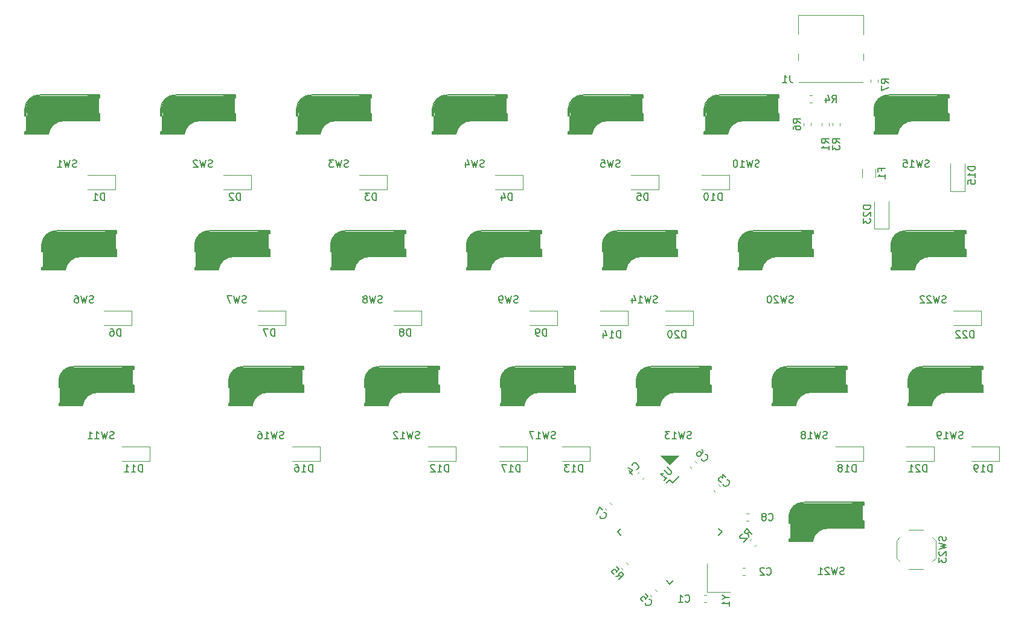
<source format=gbo>
G04 #@! TF.GenerationSoftware,KiCad,Pcbnew,5.1.5*
G04 #@! TF.CreationDate,2019-12-26T05:57:11+09:00*
G04 #@! TF.ProjectId,half_qwerty,68616c66-5f71-4776-9572-74792e6b6963,rev?*
G04 #@! TF.SameCoordinates,Original*
G04 #@! TF.FileFunction,Legend,Bot*
G04 #@! TF.FilePolarity,Positive*
%FSLAX46Y46*%
G04 Gerber Fmt 4.6, Leading zero omitted, Abs format (unit mm)*
G04 Created by KiCad (PCBNEW 5.1.5) date 2019-12-26 05:57:11*
%MOMM*%
%LPD*%
G04 APERTURE LIST*
%ADD10C,0.100000*%
%ADD11C,0.120000*%
%ADD12C,0.150000*%
%ADD13C,0.400000*%
%ADD14C,0.500000*%
%ADD15C,1.000000*%
%ADD16C,3.000000*%
%ADD17C,0.800000*%
%ADD18C,0.300000*%
%ADD19C,3.500000*%
G04 APERTURE END LIST*
D10*
G36*
X175006000Y-126238000D02*
G01*
X173736000Y-124968000D01*
X176276000Y-124968000D01*
X175006000Y-126238000D01*
G37*
X175006000Y-126238000D02*
X173736000Y-124968000D01*
X176276000Y-124968000D01*
X175006000Y-126238000D01*
D11*
X212300000Y-139362500D02*
X212300000Y-136862500D01*
X210550000Y-140862500D02*
X208550000Y-140862500D01*
X206800000Y-139362500D02*
X206800000Y-136862500D01*
X210550000Y-135362500D02*
X208550000Y-135362500D01*
X211850000Y-139812500D02*
X212300000Y-139362500D01*
X211850000Y-136412500D02*
X212300000Y-136862500D01*
X207250000Y-136412500D02*
X206800000Y-136862500D01*
X207250000Y-139812500D02*
X206800000Y-139362500D01*
X193007500Y-63152000D02*
X202197500Y-63152000D01*
X193127500Y-72562000D02*
X202077500Y-72562000D01*
X202197500Y-65882000D02*
X202197500Y-63152000D01*
X193007500Y-65882000D02*
X193007500Y-63152000D01*
X202197500Y-69482000D02*
X202197500Y-68582000D01*
X193007500Y-69482000D02*
X193007500Y-68582000D01*
X180264000Y-144113000D02*
X180264000Y-140113000D01*
X183464000Y-144113000D02*
X180264000Y-144113000D01*
X204218000Y-72218733D02*
X204218000Y-72561267D01*
X203198000Y-72218733D02*
X203198000Y-72561267D01*
X194820000Y-78314733D02*
X194820000Y-78657267D01*
X193800000Y-78314733D02*
X193800000Y-78657267D01*
X168895520Y-139980271D02*
X169137729Y-140222480D01*
X168174271Y-140701520D02*
X168416480Y-140943729D01*
X194646733Y-74420000D02*
X194989267Y-74420000D01*
X194646733Y-75440000D02*
X194989267Y-75440000D01*
X197864000Y-78657267D02*
X197864000Y-78314733D01*
X198884000Y-78657267D02*
X198884000Y-78314733D01*
X186208271Y-136920480D02*
X186450480Y-136678271D01*
X186929520Y-137641729D02*
X187171729Y-137399520D01*
X196340000Y-78657267D02*
X196340000Y-78314733D01*
X197360000Y-78657267D02*
X197360000Y-78314733D01*
X202036000Y-85946064D02*
X202036000Y-84741936D01*
X203856000Y-85946064D02*
X203856000Y-84741936D01*
X205724000Y-93132000D02*
X205724000Y-89282000D01*
X203724000Y-93132000D02*
X203724000Y-89282000D01*
X205724000Y-93132000D02*
X203724000Y-93132000D01*
X186099267Y-134114000D02*
X185756733Y-134114000D01*
X186099267Y-133094000D02*
X185756733Y-133094000D01*
X166609520Y-131598271D02*
X166851729Y-131840480D01*
X165888271Y-132319520D02*
X166130480Y-132561729D01*
X178547520Y-125756271D02*
X178789729Y-125998480D01*
X177826271Y-126477520D02*
X178068480Y-126719729D01*
X172959520Y-143790271D02*
X173201729Y-144032480D01*
X172238271Y-144511520D02*
X172480480Y-144753729D01*
X170460271Y-127522480D02*
X170702480Y-127280271D01*
X171181520Y-128243729D02*
X171423729Y-128001520D01*
X181370480Y-130021729D02*
X181128271Y-129779520D01*
X182091729Y-129300480D02*
X181849520Y-129058271D01*
X185248733Y-140714000D02*
X185591267Y-140714000D01*
X185248733Y-141734000D02*
X185591267Y-141734000D01*
X180144268Y-145544000D02*
X179801734Y-145544000D01*
X180144268Y-144524000D02*
X179801734Y-144524000D01*
D12*
X175412586Y-128724031D02*
X176314148Y-127822470D01*
X167687445Y-135636000D02*
X168164742Y-135158703D01*
X175006000Y-142954555D02*
X175483297Y-142477258D01*
X182324555Y-135636000D02*
X181847258Y-136113297D01*
X175006000Y-128317445D02*
X174528703Y-128794742D01*
X182324555Y-135636000D02*
X181847258Y-135158703D01*
X175006000Y-142954555D02*
X174528703Y-142477258D01*
X167687445Y-135636000D02*
X168164742Y-136113297D01*
X175006000Y-128317445D02*
X175412586Y-128724031D01*
X206031250Y-96312500D02*
X206231250Y-96312500D01*
X216331250Y-93762500D02*
X216531250Y-93762500D01*
X216311250Y-96012500D02*
X216311250Y-93762500D01*
X216531250Y-96012500D02*
X216331250Y-96012500D01*
X209314932Y-98891029D02*
G75*
G02X211531250Y-97012500I2151318J-291471D01*
G01*
X216531250Y-93412500D02*
X208131249Y-93412500D01*
D13*
X216331250Y-96112500D02*
X216331250Y-96812500D01*
X216331250Y-93612500D02*
X214931250Y-93612500D01*
D14*
X206231250Y-98712500D02*
X208931250Y-98712500D01*
D15*
X208914932Y-98491029D02*
G75*
G02X211131250Y-96612500I2151318J-291471D01*
G01*
D16*
X207761250Y-94912500D02*
X207761250Y-97152500D01*
D17*
X206631250Y-98412500D02*
X206631250Y-96612501D01*
D18*
X206131250Y-96212499D02*
X206131250Y-95312500D01*
D12*
X211531250Y-97012500D02*
X216531250Y-97012500D01*
X206031250Y-98912500D02*
X209311250Y-98912500D01*
X216531250Y-93762500D02*
X216531250Y-93412500D01*
X206031250Y-95312501D02*
G75*
G02X208131249Y-93412500I2000000J-99999D01*
G01*
X206031250Y-95312500D02*
X206031250Y-96312500D01*
X206031250Y-98912500D02*
X206031250Y-98552500D01*
X206231250Y-98552500D02*
X206031250Y-98552500D01*
X206261250Y-96312500D02*
X206261250Y-98552500D01*
X216531250Y-97012500D02*
X216531250Y-96012500D01*
D19*
X214531250Y-95212500D02*
X207831250Y-95212500D01*
D15*
X215831250Y-94012500D02*
X215831250Y-96512500D01*
D14*
X216231250Y-96712500D02*
X214831250Y-96712500D01*
D12*
X191743750Y-134412500D02*
X191943750Y-134412500D01*
X202043750Y-131862500D02*
X202243750Y-131862500D01*
X202023750Y-134112500D02*
X202023750Y-131862500D01*
X202243750Y-134112500D02*
X202043750Y-134112500D01*
X195027432Y-136991029D02*
G75*
G02X197243750Y-135112500I2151318J-291471D01*
G01*
X202243750Y-131512500D02*
X193843749Y-131512500D01*
D13*
X202043750Y-134212500D02*
X202043750Y-134912500D01*
X202043750Y-131712500D02*
X200643750Y-131712500D01*
D14*
X191943750Y-136812500D02*
X194643750Y-136812500D01*
D15*
X194627432Y-136591029D02*
G75*
G02X196843750Y-134712500I2151318J-291471D01*
G01*
D16*
X193473750Y-133012500D02*
X193473750Y-135252500D01*
D17*
X192343750Y-136512500D02*
X192343750Y-134712501D01*
D18*
X191843750Y-134312499D02*
X191843750Y-133412500D01*
D12*
X197243750Y-135112500D02*
X202243750Y-135112500D01*
X191743750Y-137012500D02*
X195023750Y-137012500D01*
X202243750Y-131862500D02*
X202243750Y-131512500D01*
X191743750Y-133412501D02*
G75*
G02X193843749Y-131512500I2000000J-99999D01*
G01*
X191743750Y-133412500D02*
X191743750Y-134412500D01*
X191743750Y-137012500D02*
X191743750Y-136652500D01*
X191943750Y-136652500D02*
X191743750Y-136652500D01*
X191973750Y-134412500D02*
X191973750Y-136652500D01*
X202243750Y-135112500D02*
X202243750Y-134112500D01*
D19*
X200243750Y-133312500D02*
X193543750Y-133312500D01*
D15*
X201543750Y-132112500D02*
X201543750Y-134612500D01*
D14*
X201943750Y-134812500D02*
X200543750Y-134812500D01*
D18*
X184700000Y-96212499D02*
X184700000Y-95312500D01*
D17*
X185200000Y-98412500D02*
X185200000Y-96612501D01*
D16*
X186330000Y-94912500D02*
X186330000Y-97152500D01*
D14*
X194800000Y-96712500D02*
X193400000Y-96712500D01*
D15*
X194400000Y-94012500D02*
X194400000Y-96512500D01*
D19*
X193100000Y-95212500D02*
X186400000Y-95212500D01*
D12*
X195100000Y-97012500D02*
X195100000Y-96012500D01*
X195100000Y-96012500D02*
X194900000Y-96012500D01*
X194880000Y-96012500D02*
X194880000Y-93762500D01*
X194900000Y-93762500D02*
X195100000Y-93762500D01*
X184600000Y-96312500D02*
X184800000Y-96312500D01*
X184830000Y-96312500D02*
X184830000Y-98552500D01*
X184800000Y-98552500D02*
X184600000Y-98552500D01*
X184600000Y-98912500D02*
X184600000Y-98552500D01*
X184600000Y-95312500D02*
X184600000Y-96312500D01*
X184600000Y-98912500D02*
X187880000Y-98912500D01*
X190100000Y-97012500D02*
X195100000Y-97012500D01*
X195100000Y-93412500D02*
X186699999Y-93412500D01*
X187883682Y-98891029D02*
G75*
G02X190100000Y-97012500I2151318J-291471D01*
G01*
X184600000Y-95312501D02*
G75*
G02X186699999Y-93412500I2000000J-99999D01*
G01*
X195100000Y-93762500D02*
X195100000Y-93412500D01*
D15*
X187483682Y-98491029D02*
G75*
G02X189700000Y-96612500I2151318J-291471D01*
G01*
D14*
X184800000Y-98712500D02*
X187500000Y-98712500D01*
D13*
X194900000Y-93612500D02*
X193500000Y-93612500D01*
X194900000Y-96112500D02*
X194900000Y-96812500D01*
D18*
X208512500Y-115262499D02*
X208512500Y-114362500D01*
D17*
X209012500Y-117462500D02*
X209012500Y-115662501D01*
D16*
X210142500Y-113962500D02*
X210142500Y-116202500D01*
D14*
X218612500Y-115762500D02*
X217212500Y-115762500D01*
D15*
X218212500Y-113062500D02*
X218212500Y-115562500D01*
D19*
X216912500Y-114262500D02*
X210212500Y-114262500D01*
D12*
X218912500Y-116062500D02*
X218912500Y-115062500D01*
X218912500Y-115062500D02*
X218712500Y-115062500D01*
X218692500Y-115062500D02*
X218692500Y-112812500D01*
X218712500Y-112812500D02*
X218912500Y-112812500D01*
X208412500Y-115362500D02*
X208612500Y-115362500D01*
X208642500Y-115362500D02*
X208642500Y-117602500D01*
X208612500Y-117602500D02*
X208412500Y-117602500D01*
X208412500Y-117962500D02*
X208412500Y-117602500D01*
X208412500Y-114362500D02*
X208412500Y-115362500D01*
X208412500Y-117962500D02*
X211692500Y-117962500D01*
X213912500Y-116062500D02*
X218912500Y-116062500D01*
X218912500Y-112462500D02*
X210512499Y-112462500D01*
X211696182Y-117941029D02*
G75*
G02X213912500Y-116062500I2151318J-291471D01*
G01*
X208412500Y-114362501D02*
G75*
G02X210512499Y-112462500I2000000J-99999D01*
G01*
X218912500Y-112812500D02*
X218912500Y-112462500D01*
D15*
X211296182Y-117541029D02*
G75*
G02X213512500Y-115662500I2151318J-291471D01*
G01*
D14*
X208612500Y-117762500D02*
X211312500Y-117762500D01*
D13*
X218712500Y-112662500D02*
X217312500Y-112662500D01*
X218712500Y-115162500D02*
X218712500Y-115862500D01*
D18*
X189462500Y-115262499D02*
X189462500Y-114362500D01*
D17*
X189962500Y-117462500D02*
X189962500Y-115662501D01*
D16*
X191092500Y-113962500D02*
X191092500Y-116202500D01*
D14*
X199562500Y-115762500D02*
X198162500Y-115762500D01*
D15*
X199162500Y-113062500D02*
X199162500Y-115562500D01*
D19*
X197862500Y-114262500D02*
X191162500Y-114262500D01*
D12*
X199862500Y-116062500D02*
X199862500Y-115062500D01*
X199862500Y-115062500D02*
X199662500Y-115062500D01*
X199642500Y-115062500D02*
X199642500Y-112812500D01*
X199662500Y-112812500D02*
X199862500Y-112812500D01*
X189362500Y-115362500D02*
X189562500Y-115362500D01*
X189592500Y-115362500D02*
X189592500Y-117602500D01*
X189562500Y-117602500D02*
X189362500Y-117602500D01*
X189362500Y-117962500D02*
X189362500Y-117602500D01*
X189362500Y-114362500D02*
X189362500Y-115362500D01*
X189362500Y-117962500D02*
X192642500Y-117962500D01*
X194862500Y-116062500D02*
X199862500Y-116062500D01*
X199862500Y-112462500D02*
X191462499Y-112462500D01*
X192646182Y-117941029D02*
G75*
G02X194862500Y-116062500I2151318J-291471D01*
G01*
X189362500Y-114362501D02*
G75*
G02X191462499Y-112462500I2000000J-99999D01*
G01*
X199862500Y-112812500D02*
X199862500Y-112462500D01*
D15*
X192246182Y-117541029D02*
G75*
G02X194462500Y-115662500I2151318J-291471D01*
G01*
D14*
X189562500Y-117762500D02*
X192262500Y-117762500D01*
D13*
X199662500Y-112662500D02*
X198262500Y-112662500D01*
X199662500Y-115162500D02*
X199662500Y-115862500D01*
D18*
X151362500Y-115262499D02*
X151362500Y-114362500D01*
D17*
X151862500Y-117462500D02*
X151862500Y-115662501D01*
D16*
X152992500Y-113962500D02*
X152992500Y-116202500D01*
D14*
X161462500Y-115762500D02*
X160062500Y-115762500D01*
D15*
X161062500Y-113062500D02*
X161062500Y-115562500D01*
D19*
X159762500Y-114262500D02*
X153062500Y-114262500D01*
D12*
X161762500Y-116062500D02*
X161762500Y-115062500D01*
X161762500Y-115062500D02*
X161562500Y-115062500D01*
X161542500Y-115062500D02*
X161542500Y-112812500D01*
X161562500Y-112812500D02*
X161762500Y-112812500D01*
X151262500Y-115362500D02*
X151462500Y-115362500D01*
X151492500Y-115362500D02*
X151492500Y-117602500D01*
X151462500Y-117602500D02*
X151262500Y-117602500D01*
X151262500Y-117962500D02*
X151262500Y-117602500D01*
X151262500Y-114362500D02*
X151262500Y-115362500D01*
X151262500Y-117962500D02*
X154542500Y-117962500D01*
X156762500Y-116062500D02*
X161762500Y-116062500D01*
X161762500Y-112462500D02*
X153362499Y-112462500D01*
X154546182Y-117941029D02*
G75*
G02X156762500Y-116062500I2151318J-291471D01*
G01*
X151262500Y-114362501D02*
G75*
G02X153362499Y-112462500I2000000J-99999D01*
G01*
X161762500Y-112812500D02*
X161762500Y-112462500D01*
D15*
X154146182Y-117541029D02*
G75*
G02X156362500Y-115662500I2151318J-291471D01*
G01*
D14*
X151462500Y-117762500D02*
X154162500Y-117762500D01*
D13*
X161562500Y-112662500D02*
X160162500Y-112662500D01*
X161562500Y-115162500D02*
X161562500Y-115862500D01*
D18*
X113262500Y-115262499D02*
X113262500Y-114362500D01*
D17*
X113762500Y-117462500D02*
X113762500Y-115662501D01*
D16*
X114892500Y-113962500D02*
X114892500Y-116202500D01*
D14*
X123362500Y-115762500D02*
X121962500Y-115762500D01*
D15*
X122962500Y-113062500D02*
X122962500Y-115562500D01*
D19*
X121662500Y-114262500D02*
X114962500Y-114262500D01*
D12*
X123662500Y-116062500D02*
X123662500Y-115062500D01*
X123662500Y-115062500D02*
X123462500Y-115062500D01*
X123442500Y-115062500D02*
X123442500Y-112812500D01*
X123462500Y-112812500D02*
X123662500Y-112812500D01*
X113162500Y-115362500D02*
X113362500Y-115362500D01*
X113392500Y-115362500D02*
X113392500Y-117602500D01*
X113362500Y-117602500D02*
X113162500Y-117602500D01*
X113162500Y-117962500D02*
X113162500Y-117602500D01*
X113162500Y-114362500D02*
X113162500Y-115362500D01*
X113162500Y-117962500D02*
X116442500Y-117962500D01*
X118662500Y-116062500D02*
X123662500Y-116062500D01*
X123662500Y-112462500D02*
X115262499Y-112462500D01*
X116446182Y-117941029D02*
G75*
G02X118662500Y-116062500I2151318J-291471D01*
G01*
X113162500Y-114362501D02*
G75*
G02X115262499Y-112462500I2000000J-99999D01*
G01*
X123662500Y-112812500D02*
X123662500Y-112462500D01*
D15*
X116046182Y-117541029D02*
G75*
G02X118262500Y-115662500I2151318J-291471D01*
G01*
D14*
X113362500Y-117762500D02*
X116062500Y-117762500D01*
D13*
X123462500Y-112662500D02*
X122062500Y-112662500D01*
X123462500Y-115162500D02*
X123462500Y-115862500D01*
D12*
X214150000Y-74712500D02*
X214150000Y-74362500D01*
D13*
X213950000Y-74562500D02*
X212550000Y-74562500D01*
X213950000Y-77062500D02*
X213950000Y-77762500D01*
D14*
X203850000Y-79662500D02*
X206550000Y-79662500D01*
D15*
X206533682Y-79441029D02*
G75*
G02X208750000Y-77562500I2151318J-291471D01*
G01*
D12*
X203650000Y-76262501D02*
G75*
G02X205749999Y-74362500I2000000J-99999D01*
G01*
X203880000Y-77262500D02*
X203880000Y-79502500D01*
D16*
X205380000Y-75862500D02*
X205380000Y-78102500D01*
D12*
X203650000Y-77262500D02*
X203850000Y-77262500D01*
D14*
X213850000Y-77662500D02*
X212450000Y-77662500D01*
D12*
X203650000Y-79862500D02*
X203650000Y-79502500D01*
D19*
X212150000Y-76162500D02*
X205450000Y-76162500D01*
D12*
X214150000Y-77962500D02*
X214150000Y-76962500D01*
D18*
X203750000Y-77162499D02*
X203750000Y-76262500D01*
D17*
X204250000Y-79362500D02*
X204250000Y-77562501D01*
D12*
X203850000Y-79502500D02*
X203650000Y-79502500D01*
X214150000Y-76962500D02*
X213950000Y-76962500D01*
X214150000Y-74362500D02*
X205749999Y-74362500D01*
X213930000Y-76962500D02*
X213930000Y-74712500D01*
X213950000Y-74712500D02*
X214150000Y-74712500D01*
X203650000Y-79862500D02*
X206930000Y-79862500D01*
X203650000Y-76262500D02*
X203650000Y-77262500D01*
X209150000Y-77962500D02*
X214150000Y-77962500D01*
D15*
X213450000Y-74962500D02*
X213450000Y-77462500D01*
D12*
X206933682Y-79841029D02*
G75*
G02X209150000Y-77962500I2151318J-291471D01*
G01*
D18*
X165650000Y-96212499D02*
X165650000Y-95312500D01*
D17*
X166150000Y-98412500D02*
X166150000Y-96612501D01*
D16*
X167280000Y-94912500D02*
X167280000Y-97152500D01*
D14*
X175750000Y-96712500D02*
X174350000Y-96712500D01*
D15*
X175350000Y-94012500D02*
X175350000Y-96512500D01*
D19*
X174050000Y-95212500D02*
X167350000Y-95212500D01*
D12*
X176050000Y-97012500D02*
X176050000Y-96012500D01*
X176050000Y-96012500D02*
X175850000Y-96012500D01*
X175830000Y-96012500D02*
X175830000Y-93762500D01*
X175850000Y-93762500D02*
X176050000Y-93762500D01*
X165550000Y-96312500D02*
X165750000Y-96312500D01*
X165780000Y-96312500D02*
X165780000Y-98552500D01*
X165750000Y-98552500D02*
X165550000Y-98552500D01*
X165550000Y-98912500D02*
X165550000Y-98552500D01*
X165550000Y-95312500D02*
X165550000Y-96312500D01*
X165550000Y-98912500D02*
X168830000Y-98912500D01*
X171050000Y-97012500D02*
X176050000Y-97012500D01*
X176050000Y-93412500D02*
X167649999Y-93412500D01*
X168833682Y-98891029D02*
G75*
G02X171050000Y-97012500I2151318J-291471D01*
G01*
X165550000Y-95312501D02*
G75*
G02X167649999Y-93412500I2000000J-99999D01*
G01*
X176050000Y-93762500D02*
X176050000Y-93412500D01*
D15*
X168433682Y-98491029D02*
G75*
G02X170650000Y-96612500I2151318J-291471D01*
G01*
D14*
X165750000Y-98712500D02*
X168450000Y-98712500D01*
D13*
X175850000Y-93612500D02*
X174450000Y-93612500D01*
X175850000Y-96112500D02*
X175850000Y-96812500D01*
D18*
X170412500Y-115262499D02*
X170412500Y-114362500D01*
D17*
X170912500Y-117462500D02*
X170912500Y-115662501D01*
D16*
X172042500Y-113962500D02*
X172042500Y-116202500D01*
D14*
X180512500Y-115762500D02*
X179112500Y-115762500D01*
D15*
X180112500Y-113062500D02*
X180112500Y-115562500D01*
D19*
X178812500Y-114262500D02*
X172112500Y-114262500D01*
D12*
X180812500Y-116062500D02*
X180812500Y-115062500D01*
X180812500Y-115062500D02*
X180612500Y-115062500D01*
X180592500Y-115062500D02*
X180592500Y-112812500D01*
X180612500Y-112812500D02*
X180812500Y-112812500D01*
X170312500Y-115362500D02*
X170512500Y-115362500D01*
X170542500Y-115362500D02*
X170542500Y-117602500D01*
X170512500Y-117602500D02*
X170312500Y-117602500D01*
X170312500Y-117962500D02*
X170312500Y-117602500D01*
X170312500Y-114362500D02*
X170312500Y-115362500D01*
X170312500Y-117962500D02*
X173592500Y-117962500D01*
X175812500Y-116062500D02*
X180812500Y-116062500D01*
X180812500Y-112462500D02*
X172412499Y-112462500D01*
X173596182Y-117941029D02*
G75*
G02X175812500Y-116062500I2151318J-291471D01*
G01*
X170312500Y-114362501D02*
G75*
G02X172412499Y-112462500I2000000J-99999D01*
G01*
X180812500Y-112812500D02*
X180812500Y-112462500D01*
D15*
X173196182Y-117541029D02*
G75*
G02X175412500Y-115662500I2151318J-291471D01*
G01*
D14*
X170512500Y-117762500D02*
X173212500Y-117762500D01*
D13*
X180612500Y-112662500D02*
X179212500Y-112662500D01*
X180612500Y-115162500D02*
X180612500Y-115862500D01*
D18*
X132312500Y-115262499D02*
X132312500Y-114362500D01*
D17*
X132812500Y-117462500D02*
X132812500Y-115662501D01*
D16*
X133942500Y-113962500D02*
X133942500Y-116202500D01*
D14*
X142412500Y-115762500D02*
X141012500Y-115762500D01*
D15*
X142012500Y-113062500D02*
X142012500Y-115562500D01*
D19*
X140712500Y-114262500D02*
X134012500Y-114262500D01*
D12*
X142712500Y-116062500D02*
X142712500Y-115062500D01*
X142712500Y-115062500D02*
X142512500Y-115062500D01*
X142492500Y-115062500D02*
X142492500Y-112812500D01*
X142512500Y-112812500D02*
X142712500Y-112812500D01*
X132212500Y-115362500D02*
X132412500Y-115362500D01*
X132442500Y-115362500D02*
X132442500Y-117602500D01*
X132412500Y-117602500D02*
X132212500Y-117602500D01*
X132212500Y-117962500D02*
X132212500Y-117602500D01*
X132212500Y-114362500D02*
X132212500Y-115362500D01*
X132212500Y-117962500D02*
X135492500Y-117962500D01*
X137712500Y-116062500D02*
X142712500Y-116062500D01*
X142712500Y-112462500D02*
X134312499Y-112462500D01*
X135496182Y-117941029D02*
G75*
G02X137712500Y-116062500I2151318J-291471D01*
G01*
X132212500Y-114362501D02*
G75*
G02X134312499Y-112462500I2000000J-99999D01*
G01*
X142712500Y-112812500D02*
X142712500Y-112462500D01*
D15*
X135096182Y-117541029D02*
G75*
G02X137312500Y-115662500I2151318J-291471D01*
G01*
D14*
X132412500Y-117762500D02*
X135112500Y-117762500D01*
D13*
X142512500Y-112662500D02*
X141112500Y-112662500D01*
X142512500Y-115162500D02*
X142512500Y-115862500D01*
D12*
X99850000Y-112812500D02*
X99850000Y-112462500D01*
D13*
X99650000Y-112662500D02*
X98250000Y-112662500D01*
X99650000Y-115162500D02*
X99650000Y-115862500D01*
D14*
X89550000Y-117762500D02*
X92250000Y-117762500D01*
D15*
X92233682Y-117541029D02*
G75*
G02X94450000Y-115662500I2151318J-291471D01*
G01*
D12*
X89350000Y-114362501D02*
G75*
G02X91449999Y-112462500I2000000J-99999D01*
G01*
X89580000Y-115362500D02*
X89580000Y-117602500D01*
D16*
X91080000Y-113962500D02*
X91080000Y-116202500D01*
D12*
X89350000Y-115362500D02*
X89550000Y-115362500D01*
D14*
X99550000Y-115762500D02*
X98150000Y-115762500D01*
D12*
X89350000Y-117962500D02*
X89350000Y-117602500D01*
D19*
X97850000Y-114262500D02*
X91150000Y-114262500D01*
D12*
X99850000Y-116062500D02*
X99850000Y-115062500D01*
D18*
X89450000Y-115262499D02*
X89450000Y-114362500D01*
D17*
X89950000Y-117462500D02*
X89950000Y-115662501D01*
D12*
X89550000Y-117602500D02*
X89350000Y-117602500D01*
X99850000Y-115062500D02*
X99650000Y-115062500D01*
X99850000Y-112462500D02*
X91449999Y-112462500D01*
X99630000Y-115062500D02*
X99630000Y-112812500D01*
X99650000Y-112812500D02*
X99850000Y-112812500D01*
X89350000Y-117962500D02*
X92630000Y-117962500D01*
X89350000Y-114362500D02*
X89350000Y-115362500D01*
X94850000Y-116062500D02*
X99850000Y-116062500D01*
D15*
X99150000Y-113062500D02*
X99150000Y-115562500D01*
D12*
X92633682Y-117941029D02*
G75*
G02X94850000Y-116062500I2151318J-291471D01*
G01*
D18*
X179937500Y-77162499D02*
X179937500Y-76262500D01*
D17*
X180437500Y-79362500D02*
X180437500Y-77562501D01*
D16*
X181567500Y-75862500D02*
X181567500Y-78102500D01*
D14*
X190037500Y-77662500D02*
X188637500Y-77662500D01*
D15*
X189637500Y-74962500D02*
X189637500Y-77462500D01*
D19*
X188337500Y-76162500D02*
X181637500Y-76162500D01*
D12*
X190337500Y-77962500D02*
X190337500Y-76962500D01*
X190337500Y-76962500D02*
X190137500Y-76962500D01*
X190117500Y-76962500D02*
X190117500Y-74712500D01*
X190137500Y-74712500D02*
X190337500Y-74712500D01*
X179837500Y-77262500D02*
X180037500Y-77262500D01*
X180067500Y-77262500D02*
X180067500Y-79502500D01*
X180037500Y-79502500D02*
X179837500Y-79502500D01*
X179837500Y-79862500D02*
X179837500Y-79502500D01*
X179837500Y-76262500D02*
X179837500Y-77262500D01*
X179837500Y-79862500D02*
X183117500Y-79862500D01*
X185337500Y-77962500D02*
X190337500Y-77962500D01*
X190337500Y-74362500D02*
X181937499Y-74362500D01*
X183121182Y-79841029D02*
G75*
G02X185337500Y-77962500I2151318J-291471D01*
G01*
X179837500Y-76262501D02*
G75*
G02X181937499Y-74362500I2000000J-99999D01*
G01*
X190337500Y-74712500D02*
X190337500Y-74362500D01*
D15*
X182721182Y-79441029D02*
G75*
G02X184937500Y-77562500I2151318J-291471D01*
G01*
D14*
X180037500Y-79662500D02*
X182737500Y-79662500D01*
D13*
X190137500Y-74562500D02*
X188737500Y-74562500D01*
X190137500Y-77062500D02*
X190137500Y-77762500D01*
D18*
X146600000Y-96212499D02*
X146600000Y-95312500D01*
D17*
X147100000Y-98412500D02*
X147100000Y-96612501D01*
D16*
X148230000Y-94912500D02*
X148230000Y-97152500D01*
D14*
X156700000Y-96712500D02*
X155300000Y-96712500D01*
D15*
X156300000Y-94012500D02*
X156300000Y-96512500D01*
D19*
X155000000Y-95212500D02*
X148300000Y-95212500D01*
D12*
X157000000Y-97012500D02*
X157000000Y-96012500D01*
X157000000Y-96012500D02*
X156800000Y-96012500D01*
X156780000Y-96012500D02*
X156780000Y-93762500D01*
X156800000Y-93762500D02*
X157000000Y-93762500D01*
X146500000Y-96312500D02*
X146700000Y-96312500D01*
X146730000Y-96312500D02*
X146730000Y-98552500D01*
X146700000Y-98552500D02*
X146500000Y-98552500D01*
X146500000Y-98912500D02*
X146500000Y-98552500D01*
X146500000Y-95312500D02*
X146500000Y-96312500D01*
X146500000Y-98912500D02*
X149780000Y-98912500D01*
X152000000Y-97012500D02*
X157000000Y-97012500D01*
X157000000Y-93412500D02*
X148599999Y-93412500D01*
X149783682Y-98891029D02*
G75*
G02X152000000Y-97012500I2151318J-291471D01*
G01*
X146500000Y-95312501D02*
G75*
G02X148599999Y-93412500I2000000J-99999D01*
G01*
X157000000Y-93762500D02*
X157000000Y-93412500D01*
D15*
X149383682Y-98491029D02*
G75*
G02X151600000Y-96612500I2151318J-291471D01*
G01*
D14*
X146700000Y-98712500D02*
X149400000Y-98712500D01*
D13*
X156800000Y-93612500D02*
X155400000Y-93612500D01*
X156800000Y-96112500D02*
X156800000Y-96812500D01*
D18*
X127550000Y-96212499D02*
X127550000Y-95312500D01*
D17*
X128050000Y-98412500D02*
X128050000Y-96612501D01*
D16*
X129180000Y-94912500D02*
X129180000Y-97152500D01*
D14*
X137650000Y-96712500D02*
X136250000Y-96712500D01*
D15*
X137250000Y-94012500D02*
X137250000Y-96512500D01*
D19*
X135950000Y-95212500D02*
X129250000Y-95212500D01*
D12*
X137950000Y-97012500D02*
X137950000Y-96012500D01*
X137950000Y-96012500D02*
X137750000Y-96012500D01*
X137730000Y-96012500D02*
X137730000Y-93762500D01*
X137750000Y-93762500D02*
X137950000Y-93762500D01*
X127450000Y-96312500D02*
X127650000Y-96312500D01*
X127680000Y-96312500D02*
X127680000Y-98552500D01*
X127650000Y-98552500D02*
X127450000Y-98552500D01*
X127450000Y-98912500D02*
X127450000Y-98552500D01*
X127450000Y-95312500D02*
X127450000Y-96312500D01*
X127450000Y-98912500D02*
X130730000Y-98912500D01*
X132950000Y-97012500D02*
X137950000Y-97012500D01*
X137950000Y-93412500D02*
X129549999Y-93412500D01*
X130733682Y-98891029D02*
G75*
G02X132950000Y-97012500I2151318J-291471D01*
G01*
X127450000Y-95312501D02*
G75*
G02X129549999Y-93412500I2000000J-99999D01*
G01*
X137950000Y-93762500D02*
X137950000Y-93412500D01*
D15*
X130333682Y-98491029D02*
G75*
G02X132550000Y-96612500I2151318J-291471D01*
G01*
D14*
X127650000Y-98712500D02*
X130350000Y-98712500D01*
D13*
X137750000Y-93612500D02*
X136350000Y-93612500D01*
X137750000Y-96112500D02*
X137750000Y-96812500D01*
D18*
X108500000Y-96212499D02*
X108500000Y-95312500D01*
D17*
X109000000Y-98412500D02*
X109000000Y-96612501D01*
D16*
X110130000Y-94912500D02*
X110130000Y-97152500D01*
D14*
X118600000Y-96712500D02*
X117200000Y-96712500D01*
D15*
X118200000Y-94012500D02*
X118200000Y-96512500D01*
D19*
X116900000Y-95212500D02*
X110200000Y-95212500D01*
D12*
X118900000Y-97012500D02*
X118900000Y-96012500D01*
X118900000Y-96012500D02*
X118700000Y-96012500D01*
X118680000Y-96012500D02*
X118680000Y-93762500D01*
X118700000Y-93762500D02*
X118900000Y-93762500D01*
X108400000Y-96312500D02*
X108600000Y-96312500D01*
X108630000Y-96312500D02*
X108630000Y-98552500D01*
X108600000Y-98552500D02*
X108400000Y-98552500D01*
X108400000Y-98912500D02*
X108400000Y-98552500D01*
X108400000Y-95312500D02*
X108400000Y-96312500D01*
X108400000Y-98912500D02*
X111680000Y-98912500D01*
X113900000Y-97012500D02*
X118900000Y-97012500D01*
X118900000Y-93412500D02*
X110499999Y-93412500D01*
X111683682Y-98891029D02*
G75*
G02X113900000Y-97012500I2151318J-291471D01*
G01*
X108400000Y-95312501D02*
G75*
G02X110499999Y-93412500I2000000J-99999D01*
G01*
X118900000Y-93762500D02*
X118900000Y-93412500D01*
D15*
X111283682Y-98491029D02*
G75*
G02X113500000Y-96612500I2151318J-291471D01*
G01*
D14*
X108600000Y-98712500D02*
X111300000Y-98712500D01*
D13*
X118700000Y-93612500D02*
X117300000Y-93612500D01*
X118700000Y-96112500D02*
X118700000Y-96812500D01*
D12*
X86968750Y-96312500D02*
X87168750Y-96312500D01*
X97268750Y-93762500D02*
X97468750Y-93762500D01*
X97248750Y-96012500D02*
X97248750Y-93762500D01*
X97468750Y-96012500D02*
X97268750Y-96012500D01*
X90252432Y-98891029D02*
G75*
G02X92468750Y-97012500I2151318J-291471D01*
G01*
X97468750Y-93412500D02*
X89068749Y-93412500D01*
D13*
X97268750Y-96112500D02*
X97268750Y-96812500D01*
X97268750Y-93612500D02*
X95868750Y-93612500D01*
D14*
X87168750Y-98712500D02*
X89868750Y-98712500D01*
D15*
X89852432Y-98491029D02*
G75*
G02X92068750Y-96612500I2151318J-291471D01*
G01*
D16*
X88698750Y-94912500D02*
X88698750Y-97152500D01*
D17*
X87568750Y-98412500D02*
X87568750Y-96612501D01*
D18*
X87068750Y-96212499D02*
X87068750Y-95312500D01*
D12*
X92468750Y-97012500D02*
X97468750Y-97012500D01*
X86968750Y-98912500D02*
X90248750Y-98912500D01*
X97468750Y-93762500D02*
X97468750Y-93412500D01*
X86968750Y-95312501D02*
G75*
G02X89068749Y-93412500I2000000J-99999D01*
G01*
X86968750Y-95312500D02*
X86968750Y-96312500D01*
X86968750Y-98912500D02*
X86968750Y-98552500D01*
X87168750Y-98552500D02*
X86968750Y-98552500D01*
X87198750Y-96312500D02*
X87198750Y-98552500D01*
X97468750Y-97012500D02*
X97468750Y-96012500D01*
D19*
X95468750Y-95212500D02*
X88768750Y-95212500D01*
D15*
X96768750Y-94012500D02*
X96768750Y-96512500D01*
D14*
X97168750Y-96712500D02*
X95768750Y-96712500D01*
D18*
X160887500Y-77162499D02*
X160887500Y-76262500D01*
D17*
X161387500Y-79362500D02*
X161387500Y-77562501D01*
D16*
X162517500Y-75862500D02*
X162517500Y-78102500D01*
D14*
X170987500Y-77662500D02*
X169587500Y-77662500D01*
D15*
X170587500Y-74962500D02*
X170587500Y-77462500D01*
D19*
X169287500Y-76162500D02*
X162587500Y-76162500D01*
D12*
X171287500Y-77962500D02*
X171287500Y-76962500D01*
X171287500Y-76962500D02*
X171087500Y-76962500D01*
X171067500Y-76962500D02*
X171067500Y-74712500D01*
X171087500Y-74712500D02*
X171287500Y-74712500D01*
X160787500Y-77262500D02*
X160987500Y-77262500D01*
X161017500Y-77262500D02*
X161017500Y-79502500D01*
X160987500Y-79502500D02*
X160787500Y-79502500D01*
X160787500Y-79862500D02*
X160787500Y-79502500D01*
X160787500Y-76262500D02*
X160787500Y-77262500D01*
X160787500Y-79862500D02*
X164067500Y-79862500D01*
X166287500Y-77962500D02*
X171287500Y-77962500D01*
X171287500Y-74362500D02*
X162887499Y-74362500D01*
X164071182Y-79841029D02*
G75*
G02X166287500Y-77962500I2151318J-291471D01*
G01*
X160787500Y-76262501D02*
G75*
G02X162887499Y-74362500I2000000J-99999D01*
G01*
X171287500Y-74712500D02*
X171287500Y-74362500D01*
D15*
X163671182Y-79441029D02*
G75*
G02X165887500Y-77562500I2151318J-291471D01*
G01*
D14*
X160987500Y-79662500D02*
X163687500Y-79662500D01*
D13*
X171087500Y-74562500D02*
X169687500Y-74562500D01*
X171087500Y-77062500D02*
X171087500Y-77762500D01*
D18*
X141837500Y-77162499D02*
X141837500Y-76262500D01*
D17*
X142337500Y-79362500D02*
X142337500Y-77562501D01*
D16*
X143467500Y-75862500D02*
X143467500Y-78102500D01*
D14*
X151937500Y-77662500D02*
X150537500Y-77662500D01*
D15*
X151537500Y-74962500D02*
X151537500Y-77462500D01*
D19*
X150237500Y-76162500D02*
X143537500Y-76162500D01*
D12*
X152237500Y-77962500D02*
X152237500Y-76962500D01*
X152237500Y-76962500D02*
X152037500Y-76962500D01*
X152017500Y-76962500D02*
X152017500Y-74712500D01*
X152037500Y-74712500D02*
X152237500Y-74712500D01*
X141737500Y-77262500D02*
X141937500Y-77262500D01*
X141967500Y-77262500D02*
X141967500Y-79502500D01*
X141937500Y-79502500D02*
X141737500Y-79502500D01*
X141737500Y-79862500D02*
X141737500Y-79502500D01*
X141737500Y-76262500D02*
X141737500Y-77262500D01*
X141737500Y-79862500D02*
X145017500Y-79862500D01*
X147237500Y-77962500D02*
X152237500Y-77962500D01*
X152237500Y-74362500D02*
X143837499Y-74362500D01*
X145021182Y-79841029D02*
G75*
G02X147237500Y-77962500I2151318J-291471D01*
G01*
X141737500Y-76262501D02*
G75*
G02X143837499Y-74362500I2000000J-99999D01*
G01*
X152237500Y-74712500D02*
X152237500Y-74362500D01*
D15*
X144621182Y-79441029D02*
G75*
G02X146837500Y-77562500I2151318J-291471D01*
G01*
D14*
X141937500Y-79662500D02*
X144637500Y-79662500D01*
D13*
X152037500Y-74562500D02*
X150637500Y-74562500D01*
X152037500Y-77062500D02*
X152037500Y-77762500D01*
D18*
X122787500Y-77162499D02*
X122787500Y-76262500D01*
D17*
X123287500Y-79362500D02*
X123287500Y-77562501D01*
D16*
X124417500Y-75862500D02*
X124417500Y-78102500D01*
D14*
X132887500Y-77662500D02*
X131487500Y-77662500D01*
D15*
X132487500Y-74962500D02*
X132487500Y-77462500D01*
D19*
X131187500Y-76162500D02*
X124487500Y-76162500D01*
D12*
X133187500Y-77962500D02*
X133187500Y-76962500D01*
X133187500Y-76962500D02*
X132987500Y-76962500D01*
X132967500Y-76962500D02*
X132967500Y-74712500D01*
X132987500Y-74712500D02*
X133187500Y-74712500D01*
X122687500Y-77262500D02*
X122887500Y-77262500D01*
X122917500Y-77262500D02*
X122917500Y-79502500D01*
X122887500Y-79502500D02*
X122687500Y-79502500D01*
X122687500Y-79862500D02*
X122687500Y-79502500D01*
X122687500Y-76262500D02*
X122687500Y-77262500D01*
X122687500Y-79862500D02*
X125967500Y-79862500D01*
X128187500Y-77962500D02*
X133187500Y-77962500D01*
X133187500Y-74362500D02*
X124787499Y-74362500D01*
X125971182Y-79841029D02*
G75*
G02X128187500Y-77962500I2151318J-291471D01*
G01*
X122687500Y-76262501D02*
G75*
G02X124787499Y-74362500I2000000J-99999D01*
G01*
X133187500Y-74712500D02*
X133187500Y-74362500D01*
D15*
X125571182Y-79441029D02*
G75*
G02X127787500Y-77562500I2151318J-291471D01*
G01*
D14*
X122887500Y-79662500D02*
X125587500Y-79662500D01*
D13*
X132987500Y-74562500D02*
X131587500Y-74562500D01*
X132987500Y-77062500D02*
X132987500Y-77762500D01*
D18*
X103737500Y-77162499D02*
X103737500Y-76262500D01*
D17*
X104237500Y-79362500D02*
X104237500Y-77562501D01*
D16*
X105367500Y-75862500D02*
X105367500Y-78102500D01*
D14*
X113837500Y-77662500D02*
X112437500Y-77662500D01*
D15*
X113437500Y-74962500D02*
X113437500Y-77462500D01*
D19*
X112137500Y-76162500D02*
X105437500Y-76162500D01*
D12*
X114137500Y-77962500D02*
X114137500Y-76962500D01*
X114137500Y-76962500D02*
X113937500Y-76962500D01*
X113917500Y-76962500D02*
X113917500Y-74712500D01*
X113937500Y-74712500D02*
X114137500Y-74712500D01*
X103637500Y-77262500D02*
X103837500Y-77262500D01*
X103867500Y-77262500D02*
X103867500Y-79502500D01*
X103837500Y-79502500D02*
X103637500Y-79502500D01*
X103637500Y-79862500D02*
X103637500Y-79502500D01*
X103637500Y-76262500D02*
X103637500Y-77262500D01*
X103637500Y-79862500D02*
X106917500Y-79862500D01*
X109137500Y-77962500D02*
X114137500Y-77962500D01*
X114137500Y-74362500D02*
X105737499Y-74362500D01*
X106921182Y-79841029D02*
G75*
G02X109137500Y-77962500I2151318J-291471D01*
G01*
X103637500Y-76262501D02*
G75*
G02X105737499Y-74362500I2000000J-99999D01*
G01*
X114137500Y-74712500D02*
X114137500Y-74362500D01*
D15*
X106521182Y-79441029D02*
G75*
G02X108737500Y-77562500I2151318J-291471D01*
G01*
D14*
X103837500Y-79662500D02*
X106537500Y-79662500D01*
D13*
X113937500Y-74562500D02*
X112537500Y-74562500D01*
X113937500Y-77062500D02*
X113937500Y-77762500D01*
D18*
X84687500Y-77162499D02*
X84687500Y-76262500D01*
D17*
X85187500Y-79362500D02*
X85187500Y-77562501D01*
D16*
X86317500Y-75862500D02*
X86317500Y-78102500D01*
D14*
X94787500Y-77662500D02*
X93387500Y-77662500D01*
D15*
X94387500Y-74962500D02*
X94387500Y-77462500D01*
D19*
X93087500Y-76162500D02*
X86387500Y-76162500D01*
D12*
X95087500Y-77962500D02*
X95087500Y-76962500D01*
X95087500Y-76962500D02*
X94887500Y-76962500D01*
X94867500Y-76962500D02*
X94867500Y-74712500D01*
X94887500Y-74712500D02*
X95087500Y-74712500D01*
X84587500Y-77262500D02*
X84787500Y-77262500D01*
X84817500Y-77262500D02*
X84817500Y-79502500D01*
X84787500Y-79502500D02*
X84587500Y-79502500D01*
X84587500Y-79862500D02*
X84587500Y-79502500D01*
X84587500Y-76262500D02*
X84587500Y-77262500D01*
X84587500Y-79862500D02*
X87867500Y-79862500D01*
X90087500Y-77962500D02*
X95087500Y-77962500D01*
X95087500Y-74362500D02*
X86687499Y-74362500D01*
X87871182Y-79841029D02*
G75*
G02X90087500Y-77962500I2151318J-291471D01*
G01*
X84587500Y-76262501D02*
G75*
G02X86687499Y-74362500I2000000J-99999D01*
G01*
X95087500Y-74712500D02*
X95087500Y-74362500D01*
D15*
X87471182Y-79441029D02*
G75*
G02X89687500Y-77562500I2151318J-291471D01*
G01*
D14*
X84787500Y-79662500D02*
X87487500Y-79662500D01*
D13*
X94887500Y-74562500D02*
X93487500Y-74562500D01*
X94887500Y-77062500D02*
X94887500Y-77762500D01*
D11*
X218658000Y-104664000D02*
X214758000Y-104664000D01*
X218658000Y-106664000D02*
X214758000Y-106664000D01*
X218658000Y-104664000D02*
X218658000Y-106664000D01*
X212054000Y-123714000D02*
X208154000Y-123714000D01*
X212054000Y-125714000D02*
X208154000Y-125714000D01*
X212054000Y-123714000D02*
X212054000Y-125714000D01*
X178272000Y-104664000D02*
X174372000Y-104664000D01*
X178272000Y-106664000D02*
X174372000Y-106664000D01*
X178272000Y-104664000D02*
X178272000Y-106664000D01*
X221198000Y-123714000D02*
X217298000Y-123714000D01*
X221198000Y-125714000D02*
X217298000Y-125714000D01*
X221198000Y-123714000D02*
X221198000Y-125714000D01*
X202148000Y-123714000D02*
X198248000Y-123714000D01*
X202148000Y-125714000D02*
X198248000Y-125714000D01*
X202148000Y-123714000D02*
X202148000Y-125714000D01*
X155032000Y-123714000D02*
X151132000Y-123714000D01*
X155032000Y-125714000D02*
X151132000Y-125714000D01*
X155032000Y-123714000D02*
X155032000Y-125714000D01*
X125948000Y-123714000D02*
X122048000Y-123714000D01*
X125948000Y-125714000D02*
X122048000Y-125714000D01*
X125948000Y-123714000D02*
X125948000Y-125714000D01*
X216392000Y-87848000D02*
X216392000Y-83948000D01*
X214392000Y-87848000D02*
X214392000Y-83948000D01*
X216392000Y-87848000D02*
X214392000Y-87848000D01*
X169128000Y-104664000D02*
X165228000Y-104664000D01*
X169128000Y-106664000D02*
X165228000Y-106664000D01*
X169128000Y-104664000D02*
X169128000Y-106664000D01*
X163794000Y-123714000D02*
X159894000Y-123714000D01*
X163794000Y-125714000D02*
X159894000Y-125714000D01*
X163794000Y-123714000D02*
X163794000Y-125714000D01*
X144998000Y-123714000D02*
X141098000Y-123714000D01*
X144998000Y-125714000D02*
X141098000Y-125714000D01*
X144998000Y-123714000D02*
X144998000Y-125714000D01*
X102072000Y-123714000D02*
X98172000Y-123714000D01*
X102072000Y-125714000D02*
X98172000Y-125714000D01*
X102072000Y-123714000D02*
X102072000Y-125714000D01*
X183352000Y-85614000D02*
X179452000Y-85614000D01*
X183352000Y-87614000D02*
X179452000Y-87614000D01*
X183352000Y-85614000D02*
X183352000Y-87614000D01*
X159222000Y-104664000D02*
X155322000Y-104664000D01*
X159222000Y-106664000D02*
X155322000Y-106664000D01*
X159222000Y-104664000D02*
X159222000Y-106664000D01*
X140172000Y-104664000D02*
X136272000Y-104664000D01*
X140172000Y-106664000D02*
X136272000Y-106664000D01*
X140172000Y-104664000D02*
X140172000Y-106664000D01*
X121122000Y-104664000D02*
X117222000Y-104664000D01*
X121122000Y-106664000D02*
X117222000Y-106664000D01*
X121122000Y-104664000D02*
X121122000Y-106664000D01*
X99532000Y-104664000D02*
X95632000Y-104664000D01*
X99532000Y-106664000D02*
X95632000Y-106664000D01*
X99532000Y-104664000D02*
X99532000Y-106664000D01*
X173446000Y-85614000D02*
X169546000Y-85614000D01*
X173446000Y-87614000D02*
X169546000Y-87614000D01*
X173446000Y-85614000D02*
X173446000Y-87614000D01*
X154396000Y-85614000D02*
X150496000Y-85614000D01*
X154396000Y-87614000D02*
X150496000Y-87614000D01*
X154396000Y-85614000D02*
X154396000Y-87614000D01*
X135346000Y-85614000D02*
X131446000Y-85614000D01*
X135346000Y-87614000D02*
X131446000Y-87614000D01*
X135346000Y-85614000D02*
X135346000Y-87614000D01*
X116296000Y-85614000D02*
X112396000Y-85614000D01*
X116296000Y-87614000D02*
X112396000Y-87614000D01*
X116296000Y-85614000D02*
X116296000Y-87614000D01*
X97246000Y-85614000D02*
X93346000Y-85614000D01*
X97246000Y-87614000D02*
X93346000Y-87614000D01*
X97246000Y-85614000D02*
X97246000Y-87614000D01*
D12*
X213704761Y-136302976D02*
X213752380Y-136445833D01*
X213752380Y-136683928D01*
X213704761Y-136779166D01*
X213657142Y-136826785D01*
X213561904Y-136874404D01*
X213466666Y-136874404D01*
X213371428Y-136826785D01*
X213323809Y-136779166D01*
X213276190Y-136683928D01*
X213228571Y-136493452D01*
X213180952Y-136398214D01*
X213133333Y-136350595D01*
X213038095Y-136302976D01*
X212942857Y-136302976D01*
X212847619Y-136350595D01*
X212800000Y-136398214D01*
X212752380Y-136493452D01*
X212752380Y-136731547D01*
X212800000Y-136874404D01*
X212752380Y-137207738D02*
X213752380Y-137445833D01*
X213038095Y-137636309D01*
X213752380Y-137826785D01*
X212752380Y-138064880D01*
X212847619Y-138398214D02*
X212800000Y-138445833D01*
X212752380Y-138541071D01*
X212752380Y-138779166D01*
X212800000Y-138874404D01*
X212847619Y-138922023D01*
X212942857Y-138969642D01*
X213038095Y-138969642D01*
X213180952Y-138922023D01*
X213752380Y-138350595D01*
X213752380Y-138969642D01*
X212752380Y-139302976D02*
X212752380Y-139922023D01*
X213133333Y-139588690D01*
X213133333Y-139731547D01*
X213180952Y-139826785D01*
X213228571Y-139874404D01*
X213323809Y-139922023D01*
X213561904Y-139922023D01*
X213657142Y-139874404D01*
X213704761Y-139826785D01*
X213752380Y-139731547D01*
X213752380Y-139445833D01*
X213704761Y-139350595D01*
X213657142Y-139302976D01*
X191849333Y-71588380D02*
X191849333Y-72302666D01*
X191896952Y-72445523D01*
X191992190Y-72540761D01*
X192135047Y-72588380D01*
X192230285Y-72588380D01*
X190849333Y-72588380D02*
X191420761Y-72588380D01*
X191135047Y-72588380D02*
X191135047Y-71588380D01*
X191230285Y-71731238D01*
X191325523Y-71826476D01*
X191420761Y-71874095D01*
X182856190Y-144811809D02*
X183332380Y-144811809D01*
X182332380Y-144478476D02*
X182856190Y-144811809D01*
X182332380Y-145145142D01*
X183332380Y-146002285D02*
X183332380Y-145430857D01*
X183332380Y-145716571D02*
X182332380Y-145716571D01*
X182475238Y-145621333D01*
X182570476Y-145526095D01*
X182618095Y-145430857D01*
X205684380Y-72731333D02*
X205208190Y-72398000D01*
X205684380Y-72159904D02*
X204684380Y-72159904D01*
X204684380Y-72540857D01*
X204732000Y-72636095D01*
X204779619Y-72683714D01*
X204874857Y-72731333D01*
X205017714Y-72731333D01*
X205112952Y-72683714D01*
X205160571Y-72636095D01*
X205208190Y-72540857D01*
X205208190Y-72159904D01*
X204684380Y-73064666D02*
X204684380Y-73731333D01*
X205684380Y-73302761D01*
X193332380Y-78319333D02*
X192856190Y-77986000D01*
X193332380Y-77747904D02*
X192332380Y-77747904D01*
X192332380Y-78128857D01*
X192380000Y-78224095D01*
X192427619Y-78271714D01*
X192522857Y-78319333D01*
X192665714Y-78319333D01*
X192760952Y-78271714D01*
X192808571Y-78224095D01*
X192856190Y-78128857D01*
X192856190Y-77747904D01*
X192332380Y-79176476D02*
X192332380Y-78986000D01*
X192380000Y-78890761D01*
X192427619Y-78843142D01*
X192570476Y-78747904D01*
X192760952Y-78700285D01*
X193141904Y-78700285D01*
X193237142Y-78747904D01*
X193284761Y-78795523D01*
X193332380Y-78890761D01*
X193332380Y-79081238D01*
X193284761Y-79176476D01*
X193237142Y-79224095D01*
X193141904Y-79271714D01*
X192903809Y-79271714D01*
X192808571Y-79224095D01*
X192760952Y-79176476D01*
X192713333Y-79081238D01*
X192713333Y-78890761D01*
X192760952Y-78795523D01*
X192808571Y-78747904D01*
X192903809Y-78700285D01*
X167442806Y-141910895D02*
X168015226Y-141809880D01*
X167846867Y-142314956D02*
X168553974Y-141607850D01*
X168284600Y-141338475D01*
X168183585Y-141304804D01*
X168116241Y-141304804D01*
X168015226Y-141338475D01*
X167914211Y-141439491D01*
X167880539Y-141540506D01*
X167880539Y-141607850D01*
X167914211Y-141708865D01*
X168183585Y-141978239D01*
X167510149Y-140564025D02*
X167846867Y-140900743D01*
X167543821Y-141271132D01*
X167543821Y-141203788D01*
X167510149Y-141102773D01*
X167341791Y-140934414D01*
X167240775Y-140900743D01*
X167173432Y-140900743D01*
X167072417Y-140934414D01*
X166904058Y-141102773D01*
X166870386Y-141203788D01*
X166870386Y-141271132D01*
X166904058Y-141372147D01*
X167072417Y-141540506D01*
X167173432Y-141574178D01*
X167240775Y-141574178D01*
X197778666Y-75382380D02*
X198112000Y-74906190D01*
X198350095Y-75382380D02*
X198350095Y-74382380D01*
X197969142Y-74382380D01*
X197873904Y-74430000D01*
X197826285Y-74477619D01*
X197778666Y-74572857D01*
X197778666Y-74715714D01*
X197826285Y-74810952D01*
X197873904Y-74858571D01*
X197969142Y-74906190D01*
X198350095Y-74906190D01*
X196921523Y-74715714D02*
X196921523Y-75382380D01*
X197159619Y-74334761D02*
X197397714Y-75049047D01*
X196778666Y-75049047D01*
X198826380Y-81113333D02*
X198350190Y-80780000D01*
X198826380Y-80541904D02*
X197826380Y-80541904D01*
X197826380Y-80922857D01*
X197874000Y-81018095D01*
X197921619Y-81065714D01*
X198016857Y-81113333D01*
X198159714Y-81113333D01*
X198254952Y-81065714D01*
X198302571Y-81018095D01*
X198350190Y-80922857D01*
X198350190Y-80541904D01*
X197826380Y-81446666D02*
X197826380Y-82065714D01*
X198207333Y-81732380D01*
X198207333Y-81875238D01*
X198254952Y-81970476D01*
X198302571Y-82018095D01*
X198397809Y-82065714D01*
X198635904Y-82065714D01*
X198731142Y-82018095D01*
X198778761Y-81970476D01*
X198826380Y-81875238D01*
X198826380Y-81589523D01*
X198778761Y-81494285D01*
X198731142Y-81446666D01*
X186111732Y-136346030D02*
X186010717Y-135773610D01*
X186515793Y-135941969D02*
X185808687Y-135234862D01*
X185539312Y-135504236D01*
X185505641Y-135605251D01*
X185505641Y-135672595D01*
X185539312Y-135773610D01*
X185640328Y-135874625D01*
X185741343Y-135908297D01*
X185808687Y-135908297D01*
X185909702Y-135874625D01*
X186179076Y-135605251D01*
X185202595Y-135975641D02*
X185135251Y-135975641D01*
X185034236Y-136009312D01*
X184865877Y-136177671D01*
X184832206Y-136278687D01*
X184832206Y-136346030D01*
X184865877Y-136447045D01*
X184933221Y-136514389D01*
X185067908Y-136581732D01*
X185876030Y-136581732D01*
X185438297Y-137019465D01*
X197302380Y-81113333D02*
X196826190Y-80780000D01*
X197302380Y-80541904D02*
X196302380Y-80541904D01*
X196302380Y-80922857D01*
X196350000Y-81018095D01*
X196397619Y-81065714D01*
X196492857Y-81113333D01*
X196635714Y-81113333D01*
X196730952Y-81065714D01*
X196778571Y-81018095D01*
X196826190Y-80922857D01*
X196826190Y-80541904D01*
X197302380Y-82065714D02*
X197302380Y-81494285D01*
X197302380Y-81780000D02*
X196302380Y-81780000D01*
X196445238Y-81684761D01*
X196540476Y-81589523D01*
X196588095Y-81494285D01*
X204694571Y-85010666D02*
X204694571Y-84677333D01*
X205218380Y-84677333D02*
X204218380Y-84677333D01*
X204218380Y-85153523D01*
X205218380Y-86058285D02*
X205218380Y-85486857D01*
X205218380Y-85772571D02*
X204218380Y-85772571D01*
X204361238Y-85677333D01*
X204456476Y-85582095D01*
X204504095Y-85486857D01*
X203144380Y-89844714D02*
X202144380Y-89844714D01*
X202144380Y-90082809D01*
X202192000Y-90225666D01*
X202287238Y-90320904D01*
X202382476Y-90368523D01*
X202572952Y-90416142D01*
X202715809Y-90416142D01*
X202906285Y-90368523D01*
X203001523Y-90320904D01*
X203096761Y-90225666D01*
X203144380Y-90082809D01*
X203144380Y-89844714D01*
X202239619Y-90797095D02*
X202192000Y-90844714D01*
X202144380Y-90939952D01*
X202144380Y-91178047D01*
X202192000Y-91273285D01*
X202239619Y-91320904D01*
X202334857Y-91368523D01*
X202430095Y-91368523D01*
X202572952Y-91320904D01*
X203144380Y-90749476D01*
X203144380Y-91368523D01*
X202144380Y-91701857D02*
X202144380Y-92320904D01*
X202525333Y-91987571D01*
X202525333Y-92130428D01*
X202572952Y-92225666D01*
X202620571Y-92273285D01*
X202715809Y-92320904D01*
X202953904Y-92320904D01*
X203049142Y-92273285D01*
X203096761Y-92225666D01*
X203144380Y-92130428D01*
X203144380Y-91844714D01*
X203096761Y-91749476D01*
X203049142Y-91701857D01*
X188888666Y-133961142D02*
X188936285Y-134008761D01*
X189079142Y-134056380D01*
X189174380Y-134056380D01*
X189317238Y-134008761D01*
X189412476Y-133913523D01*
X189460095Y-133818285D01*
X189507714Y-133627809D01*
X189507714Y-133484952D01*
X189460095Y-133294476D01*
X189412476Y-133199238D01*
X189317238Y-133104000D01*
X189174380Y-133056380D01*
X189079142Y-133056380D01*
X188936285Y-133104000D01*
X188888666Y-133151619D01*
X188317238Y-133484952D02*
X188412476Y-133437333D01*
X188460095Y-133389714D01*
X188507714Y-133294476D01*
X188507714Y-133246857D01*
X188460095Y-133151619D01*
X188412476Y-133104000D01*
X188317238Y-133056380D01*
X188126761Y-133056380D01*
X188031523Y-133104000D01*
X187983904Y-133151619D01*
X187936285Y-133246857D01*
X187936285Y-133294476D01*
X187983904Y-133389714D01*
X188031523Y-133437333D01*
X188126761Y-133484952D01*
X188317238Y-133484952D01*
X188412476Y-133532571D01*
X188460095Y-133580190D01*
X188507714Y-133675428D01*
X188507714Y-133865904D01*
X188460095Y-133961142D01*
X188412476Y-134008761D01*
X188317238Y-134056380D01*
X188126761Y-134056380D01*
X188031523Y-134008761D01*
X187983904Y-133961142D01*
X187936285Y-133865904D01*
X187936285Y-133675428D01*
X187983904Y-133580190D01*
X188031523Y-133532571D01*
X188126761Y-133484952D01*
X165224149Y-133461552D02*
X165224149Y-133528895D01*
X165291493Y-133663582D01*
X165358837Y-133730926D01*
X165493524Y-133798269D01*
X165628211Y-133798269D01*
X165729226Y-133764598D01*
X165897585Y-133663582D01*
X165998600Y-133562567D01*
X166099615Y-133394208D01*
X166133287Y-133293193D01*
X166133287Y-133158506D01*
X166065943Y-133023819D01*
X165998600Y-132956475D01*
X165863913Y-132889132D01*
X165796569Y-132889132D01*
X165628211Y-132586086D02*
X165156806Y-132114682D01*
X164752745Y-133124834D01*
X179443312Y-125338389D02*
X179443312Y-125405732D01*
X179510656Y-125540419D01*
X179578000Y-125607763D01*
X179712687Y-125675106D01*
X179847374Y-125675106D01*
X179948389Y-125641435D01*
X180116748Y-125540419D01*
X180217763Y-125439404D01*
X180318778Y-125271045D01*
X180352450Y-125170030D01*
X180352450Y-125035343D01*
X180285106Y-124900656D01*
X180217763Y-124833312D01*
X180083076Y-124765969D01*
X180015732Y-124765969D01*
X179476984Y-124092534D02*
X179611671Y-124227221D01*
X179645343Y-124328236D01*
X179645343Y-124395580D01*
X179611671Y-124563938D01*
X179510656Y-124732297D01*
X179241282Y-125001671D01*
X179140267Y-125035343D01*
X179072923Y-125035343D01*
X178971908Y-125001671D01*
X178837221Y-124866984D01*
X178803549Y-124765969D01*
X178803549Y-124698625D01*
X178837221Y-124597610D01*
X179005580Y-124429251D01*
X179106595Y-124395580D01*
X179173938Y-124395580D01*
X179274954Y-124429251D01*
X179409641Y-124563938D01*
X179443312Y-124664954D01*
X179443312Y-124732297D01*
X179409641Y-124833312D01*
X171574149Y-145653552D02*
X171574149Y-145720895D01*
X171641493Y-145855582D01*
X171708837Y-145922926D01*
X171843524Y-145990269D01*
X171978211Y-145990269D01*
X172079226Y-145956598D01*
X172247585Y-145855582D01*
X172348600Y-145754567D01*
X172449615Y-145586208D01*
X172483287Y-145485193D01*
X172483287Y-145350506D01*
X172415943Y-145215819D01*
X172348600Y-145148475D01*
X172213913Y-145081132D01*
X172146569Y-145081132D01*
X171574149Y-144374025D02*
X171910867Y-144710743D01*
X171607821Y-145081132D01*
X171607821Y-145013788D01*
X171574149Y-144912773D01*
X171405791Y-144744414D01*
X171304775Y-144710743D01*
X171237432Y-144710743D01*
X171136417Y-144744414D01*
X170968058Y-144912773D01*
X170934386Y-145013788D01*
X170934386Y-145081132D01*
X170968058Y-145182147D01*
X171136417Y-145350506D01*
X171237432Y-145384178D01*
X171304775Y-145384178D01*
X170296389Y-126880687D02*
X170363732Y-126880687D01*
X170498419Y-126813343D01*
X170565763Y-126746000D01*
X170633106Y-126611312D01*
X170633106Y-126476625D01*
X170599435Y-126375610D01*
X170498419Y-126207251D01*
X170397404Y-126106236D01*
X170229045Y-126005221D01*
X170128030Y-125971549D01*
X169993343Y-125971549D01*
X169858656Y-126038893D01*
X169791312Y-126106236D01*
X169723969Y-126240923D01*
X169723969Y-126308267D01*
X169286236Y-127082717D02*
X169757641Y-127554122D01*
X169185221Y-126644984D02*
X169858656Y-126981702D01*
X169420923Y-127419435D01*
X182486475Y-128899226D02*
X182486475Y-128966569D01*
X182553819Y-129101256D01*
X182621163Y-129168600D01*
X182755850Y-129235943D01*
X182890537Y-129235943D01*
X182991552Y-129202272D01*
X183159911Y-129101256D01*
X183260926Y-129000241D01*
X183361941Y-128831882D01*
X183395613Y-128730867D01*
X183395613Y-128596180D01*
X183328269Y-128461493D01*
X183260926Y-128394149D01*
X183126239Y-128326806D01*
X183058895Y-128326806D01*
X182890537Y-128023760D02*
X182452804Y-127586027D01*
X182419132Y-128091104D01*
X182318117Y-127990088D01*
X182217101Y-127956417D01*
X182149758Y-127956417D01*
X182048743Y-127990088D01*
X181880384Y-128158447D01*
X181846712Y-128259462D01*
X181846712Y-128326806D01*
X181880384Y-128427821D01*
X182082414Y-128629852D01*
X182183430Y-128663524D01*
X182250773Y-128663524D01*
X188634666Y-141581142D02*
X188682285Y-141628761D01*
X188825142Y-141676380D01*
X188920380Y-141676380D01*
X189063238Y-141628761D01*
X189158476Y-141533523D01*
X189206095Y-141438285D01*
X189253714Y-141247809D01*
X189253714Y-141104952D01*
X189206095Y-140914476D01*
X189158476Y-140819238D01*
X189063238Y-140724000D01*
X188920380Y-140676380D01*
X188825142Y-140676380D01*
X188682285Y-140724000D01*
X188634666Y-140771619D01*
X188253714Y-140771619D02*
X188206095Y-140724000D01*
X188110857Y-140676380D01*
X187872761Y-140676380D01*
X187777523Y-140724000D01*
X187729904Y-140771619D01*
X187682285Y-140866857D01*
X187682285Y-140962095D01*
X187729904Y-141104952D01*
X188301333Y-141676380D01*
X187682285Y-141676380D01*
X177204666Y-145391142D02*
X177252285Y-145438761D01*
X177395142Y-145486380D01*
X177490380Y-145486380D01*
X177633238Y-145438761D01*
X177728476Y-145343523D01*
X177776095Y-145248285D01*
X177823714Y-145057809D01*
X177823714Y-144914952D01*
X177776095Y-144724476D01*
X177728476Y-144629238D01*
X177633238Y-144534000D01*
X177490380Y-144486380D01*
X177395142Y-144486380D01*
X177252285Y-144534000D01*
X177204666Y-144581619D01*
X176252285Y-145486380D02*
X176823714Y-145486380D01*
X176538000Y-145486380D02*
X176538000Y-144486380D01*
X176633238Y-144629238D01*
X176728476Y-144724476D01*
X176823714Y-144772095D01*
X174649522Y-126582026D02*
X175221942Y-127154446D01*
X175255614Y-127255461D01*
X175255614Y-127322805D01*
X175221942Y-127423820D01*
X175087255Y-127558507D01*
X174986240Y-127592179D01*
X174918896Y-127592179D01*
X174817881Y-127558507D01*
X174245461Y-126986087D01*
X174245461Y-128400301D02*
X174649522Y-127996240D01*
X174447492Y-128198270D02*
X173740385Y-127491164D01*
X173908744Y-127524835D01*
X174043431Y-127524835D01*
X174144446Y-127491164D01*
X213740773Y-103465261D02*
X213597916Y-103512880D01*
X213359821Y-103512880D01*
X213264583Y-103465261D01*
X213216964Y-103417642D01*
X213169345Y-103322404D01*
X213169345Y-103227166D01*
X213216964Y-103131928D01*
X213264583Y-103084309D01*
X213359821Y-103036690D01*
X213550297Y-102989071D01*
X213645535Y-102941452D01*
X213693154Y-102893833D01*
X213740773Y-102798595D01*
X213740773Y-102703357D01*
X213693154Y-102608119D01*
X213645535Y-102560500D01*
X213550297Y-102512880D01*
X213312202Y-102512880D01*
X213169345Y-102560500D01*
X212836011Y-102512880D02*
X212597916Y-103512880D01*
X212407440Y-102798595D01*
X212216964Y-103512880D01*
X211978869Y-102512880D01*
X211645535Y-102608119D02*
X211597916Y-102560500D01*
X211502678Y-102512880D01*
X211264583Y-102512880D01*
X211169345Y-102560500D01*
X211121726Y-102608119D01*
X211074107Y-102703357D01*
X211074107Y-102798595D01*
X211121726Y-102941452D01*
X211693154Y-103512880D01*
X211074107Y-103512880D01*
X210693154Y-102608119D02*
X210645535Y-102560500D01*
X210550297Y-102512880D01*
X210312202Y-102512880D01*
X210216964Y-102560500D01*
X210169345Y-102608119D01*
X210121726Y-102703357D01*
X210121726Y-102798595D01*
X210169345Y-102941452D01*
X210740773Y-103512880D01*
X210121726Y-103512880D01*
X199453273Y-141565261D02*
X199310416Y-141612880D01*
X199072321Y-141612880D01*
X198977083Y-141565261D01*
X198929464Y-141517642D01*
X198881845Y-141422404D01*
X198881845Y-141327166D01*
X198929464Y-141231928D01*
X198977083Y-141184309D01*
X199072321Y-141136690D01*
X199262797Y-141089071D01*
X199358035Y-141041452D01*
X199405654Y-140993833D01*
X199453273Y-140898595D01*
X199453273Y-140803357D01*
X199405654Y-140708119D01*
X199358035Y-140660500D01*
X199262797Y-140612880D01*
X199024702Y-140612880D01*
X198881845Y-140660500D01*
X198548511Y-140612880D02*
X198310416Y-141612880D01*
X198119940Y-140898595D01*
X197929464Y-141612880D01*
X197691369Y-140612880D01*
X197358035Y-140708119D02*
X197310416Y-140660500D01*
X197215178Y-140612880D01*
X196977083Y-140612880D01*
X196881845Y-140660500D01*
X196834226Y-140708119D01*
X196786607Y-140803357D01*
X196786607Y-140898595D01*
X196834226Y-141041452D01*
X197405654Y-141612880D01*
X196786607Y-141612880D01*
X195834226Y-141612880D02*
X196405654Y-141612880D01*
X196119940Y-141612880D02*
X196119940Y-140612880D01*
X196215178Y-140755738D01*
X196310416Y-140850976D01*
X196405654Y-140898595D01*
X192309523Y-103465261D02*
X192166666Y-103512880D01*
X191928571Y-103512880D01*
X191833333Y-103465261D01*
X191785714Y-103417642D01*
X191738095Y-103322404D01*
X191738095Y-103227166D01*
X191785714Y-103131928D01*
X191833333Y-103084309D01*
X191928571Y-103036690D01*
X192119047Y-102989071D01*
X192214285Y-102941452D01*
X192261904Y-102893833D01*
X192309523Y-102798595D01*
X192309523Y-102703357D01*
X192261904Y-102608119D01*
X192214285Y-102560500D01*
X192119047Y-102512880D01*
X191880952Y-102512880D01*
X191738095Y-102560500D01*
X191404761Y-102512880D02*
X191166666Y-103512880D01*
X190976190Y-102798595D01*
X190785714Y-103512880D01*
X190547619Y-102512880D01*
X190214285Y-102608119D02*
X190166666Y-102560500D01*
X190071428Y-102512880D01*
X189833333Y-102512880D01*
X189738095Y-102560500D01*
X189690476Y-102608119D01*
X189642857Y-102703357D01*
X189642857Y-102798595D01*
X189690476Y-102941452D01*
X190261904Y-103512880D01*
X189642857Y-103512880D01*
X189023809Y-102512880D02*
X188928571Y-102512880D01*
X188833333Y-102560500D01*
X188785714Y-102608119D01*
X188738095Y-102703357D01*
X188690476Y-102893833D01*
X188690476Y-103131928D01*
X188738095Y-103322404D01*
X188785714Y-103417642D01*
X188833333Y-103465261D01*
X188928571Y-103512880D01*
X189023809Y-103512880D01*
X189119047Y-103465261D01*
X189166666Y-103417642D01*
X189214285Y-103322404D01*
X189261904Y-103131928D01*
X189261904Y-102893833D01*
X189214285Y-102703357D01*
X189166666Y-102608119D01*
X189119047Y-102560500D01*
X189023809Y-102512880D01*
X216122023Y-122515261D02*
X215979166Y-122562880D01*
X215741071Y-122562880D01*
X215645833Y-122515261D01*
X215598214Y-122467642D01*
X215550595Y-122372404D01*
X215550595Y-122277166D01*
X215598214Y-122181928D01*
X215645833Y-122134309D01*
X215741071Y-122086690D01*
X215931547Y-122039071D01*
X216026785Y-121991452D01*
X216074404Y-121943833D01*
X216122023Y-121848595D01*
X216122023Y-121753357D01*
X216074404Y-121658119D01*
X216026785Y-121610500D01*
X215931547Y-121562880D01*
X215693452Y-121562880D01*
X215550595Y-121610500D01*
X215217261Y-121562880D02*
X214979166Y-122562880D01*
X214788690Y-121848595D01*
X214598214Y-122562880D01*
X214360119Y-121562880D01*
X213455357Y-122562880D02*
X214026785Y-122562880D01*
X213741071Y-122562880D02*
X213741071Y-121562880D01*
X213836309Y-121705738D01*
X213931547Y-121800976D01*
X214026785Y-121848595D01*
X212979166Y-122562880D02*
X212788690Y-122562880D01*
X212693452Y-122515261D01*
X212645833Y-122467642D01*
X212550595Y-122324785D01*
X212502976Y-122134309D01*
X212502976Y-121753357D01*
X212550595Y-121658119D01*
X212598214Y-121610500D01*
X212693452Y-121562880D01*
X212883928Y-121562880D01*
X212979166Y-121610500D01*
X213026785Y-121658119D01*
X213074404Y-121753357D01*
X213074404Y-121991452D01*
X213026785Y-122086690D01*
X212979166Y-122134309D01*
X212883928Y-122181928D01*
X212693452Y-122181928D01*
X212598214Y-122134309D01*
X212550595Y-122086690D01*
X212502976Y-121991452D01*
X197072023Y-122515261D02*
X196929166Y-122562880D01*
X196691071Y-122562880D01*
X196595833Y-122515261D01*
X196548214Y-122467642D01*
X196500595Y-122372404D01*
X196500595Y-122277166D01*
X196548214Y-122181928D01*
X196595833Y-122134309D01*
X196691071Y-122086690D01*
X196881547Y-122039071D01*
X196976785Y-121991452D01*
X197024404Y-121943833D01*
X197072023Y-121848595D01*
X197072023Y-121753357D01*
X197024404Y-121658119D01*
X196976785Y-121610500D01*
X196881547Y-121562880D01*
X196643452Y-121562880D01*
X196500595Y-121610500D01*
X196167261Y-121562880D02*
X195929166Y-122562880D01*
X195738690Y-121848595D01*
X195548214Y-122562880D01*
X195310119Y-121562880D01*
X194405357Y-122562880D02*
X194976785Y-122562880D01*
X194691071Y-122562880D02*
X194691071Y-121562880D01*
X194786309Y-121705738D01*
X194881547Y-121800976D01*
X194976785Y-121848595D01*
X193833928Y-121991452D02*
X193929166Y-121943833D01*
X193976785Y-121896214D01*
X194024404Y-121800976D01*
X194024404Y-121753357D01*
X193976785Y-121658119D01*
X193929166Y-121610500D01*
X193833928Y-121562880D01*
X193643452Y-121562880D01*
X193548214Y-121610500D01*
X193500595Y-121658119D01*
X193452976Y-121753357D01*
X193452976Y-121800976D01*
X193500595Y-121896214D01*
X193548214Y-121943833D01*
X193643452Y-121991452D01*
X193833928Y-121991452D01*
X193929166Y-122039071D01*
X193976785Y-122086690D01*
X194024404Y-122181928D01*
X194024404Y-122372404D01*
X193976785Y-122467642D01*
X193929166Y-122515261D01*
X193833928Y-122562880D01*
X193643452Y-122562880D01*
X193548214Y-122515261D01*
X193500595Y-122467642D01*
X193452976Y-122372404D01*
X193452976Y-122181928D01*
X193500595Y-122086690D01*
X193548214Y-122039071D01*
X193643452Y-121991452D01*
X158972023Y-122515261D02*
X158829166Y-122562880D01*
X158591071Y-122562880D01*
X158495833Y-122515261D01*
X158448214Y-122467642D01*
X158400595Y-122372404D01*
X158400595Y-122277166D01*
X158448214Y-122181928D01*
X158495833Y-122134309D01*
X158591071Y-122086690D01*
X158781547Y-122039071D01*
X158876785Y-121991452D01*
X158924404Y-121943833D01*
X158972023Y-121848595D01*
X158972023Y-121753357D01*
X158924404Y-121658119D01*
X158876785Y-121610500D01*
X158781547Y-121562880D01*
X158543452Y-121562880D01*
X158400595Y-121610500D01*
X158067261Y-121562880D02*
X157829166Y-122562880D01*
X157638690Y-121848595D01*
X157448214Y-122562880D01*
X157210119Y-121562880D01*
X156305357Y-122562880D02*
X156876785Y-122562880D01*
X156591071Y-122562880D02*
X156591071Y-121562880D01*
X156686309Y-121705738D01*
X156781547Y-121800976D01*
X156876785Y-121848595D01*
X155972023Y-121562880D02*
X155305357Y-121562880D01*
X155733928Y-122562880D01*
X120872023Y-122515261D02*
X120729166Y-122562880D01*
X120491071Y-122562880D01*
X120395833Y-122515261D01*
X120348214Y-122467642D01*
X120300595Y-122372404D01*
X120300595Y-122277166D01*
X120348214Y-122181928D01*
X120395833Y-122134309D01*
X120491071Y-122086690D01*
X120681547Y-122039071D01*
X120776785Y-121991452D01*
X120824404Y-121943833D01*
X120872023Y-121848595D01*
X120872023Y-121753357D01*
X120824404Y-121658119D01*
X120776785Y-121610500D01*
X120681547Y-121562880D01*
X120443452Y-121562880D01*
X120300595Y-121610500D01*
X119967261Y-121562880D02*
X119729166Y-122562880D01*
X119538690Y-121848595D01*
X119348214Y-122562880D01*
X119110119Y-121562880D01*
X118205357Y-122562880D02*
X118776785Y-122562880D01*
X118491071Y-122562880D02*
X118491071Y-121562880D01*
X118586309Y-121705738D01*
X118681547Y-121800976D01*
X118776785Y-121848595D01*
X117348214Y-121562880D02*
X117538690Y-121562880D01*
X117633928Y-121610500D01*
X117681547Y-121658119D01*
X117776785Y-121800976D01*
X117824404Y-121991452D01*
X117824404Y-122372404D01*
X117776785Y-122467642D01*
X117729166Y-122515261D01*
X117633928Y-122562880D01*
X117443452Y-122562880D01*
X117348214Y-122515261D01*
X117300595Y-122467642D01*
X117252976Y-122372404D01*
X117252976Y-122134309D01*
X117300595Y-122039071D01*
X117348214Y-121991452D01*
X117443452Y-121943833D01*
X117633928Y-121943833D01*
X117729166Y-121991452D01*
X117776785Y-122039071D01*
X117824404Y-122134309D01*
X211359523Y-84415261D02*
X211216666Y-84462880D01*
X210978571Y-84462880D01*
X210883333Y-84415261D01*
X210835714Y-84367642D01*
X210788095Y-84272404D01*
X210788095Y-84177166D01*
X210835714Y-84081928D01*
X210883333Y-84034309D01*
X210978571Y-83986690D01*
X211169047Y-83939071D01*
X211264285Y-83891452D01*
X211311904Y-83843833D01*
X211359523Y-83748595D01*
X211359523Y-83653357D01*
X211311904Y-83558119D01*
X211264285Y-83510500D01*
X211169047Y-83462880D01*
X210930952Y-83462880D01*
X210788095Y-83510500D01*
X210454761Y-83462880D02*
X210216666Y-84462880D01*
X210026190Y-83748595D01*
X209835714Y-84462880D01*
X209597619Y-83462880D01*
X208692857Y-84462880D02*
X209264285Y-84462880D01*
X208978571Y-84462880D02*
X208978571Y-83462880D01*
X209073809Y-83605738D01*
X209169047Y-83700976D01*
X209264285Y-83748595D01*
X207788095Y-83462880D02*
X208264285Y-83462880D01*
X208311904Y-83939071D01*
X208264285Y-83891452D01*
X208169047Y-83843833D01*
X207930952Y-83843833D01*
X207835714Y-83891452D01*
X207788095Y-83939071D01*
X207740476Y-84034309D01*
X207740476Y-84272404D01*
X207788095Y-84367642D01*
X207835714Y-84415261D01*
X207930952Y-84462880D01*
X208169047Y-84462880D01*
X208264285Y-84415261D01*
X208311904Y-84367642D01*
X173259523Y-103465261D02*
X173116666Y-103512880D01*
X172878571Y-103512880D01*
X172783333Y-103465261D01*
X172735714Y-103417642D01*
X172688095Y-103322404D01*
X172688095Y-103227166D01*
X172735714Y-103131928D01*
X172783333Y-103084309D01*
X172878571Y-103036690D01*
X173069047Y-102989071D01*
X173164285Y-102941452D01*
X173211904Y-102893833D01*
X173259523Y-102798595D01*
X173259523Y-102703357D01*
X173211904Y-102608119D01*
X173164285Y-102560500D01*
X173069047Y-102512880D01*
X172830952Y-102512880D01*
X172688095Y-102560500D01*
X172354761Y-102512880D02*
X172116666Y-103512880D01*
X171926190Y-102798595D01*
X171735714Y-103512880D01*
X171497619Y-102512880D01*
X170592857Y-103512880D02*
X171164285Y-103512880D01*
X170878571Y-103512880D02*
X170878571Y-102512880D01*
X170973809Y-102655738D01*
X171069047Y-102750976D01*
X171164285Y-102798595D01*
X169735714Y-102846214D02*
X169735714Y-103512880D01*
X169973809Y-102465261D02*
X170211904Y-103179547D01*
X169592857Y-103179547D01*
X178022023Y-122515261D02*
X177879166Y-122562880D01*
X177641071Y-122562880D01*
X177545833Y-122515261D01*
X177498214Y-122467642D01*
X177450595Y-122372404D01*
X177450595Y-122277166D01*
X177498214Y-122181928D01*
X177545833Y-122134309D01*
X177641071Y-122086690D01*
X177831547Y-122039071D01*
X177926785Y-121991452D01*
X177974404Y-121943833D01*
X178022023Y-121848595D01*
X178022023Y-121753357D01*
X177974404Y-121658119D01*
X177926785Y-121610500D01*
X177831547Y-121562880D01*
X177593452Y-121562880D01*
X177450595Y-121610500D01*
X177117261Y-121562880D02*
X176879166Y-122562880D01*
X176688690Y-121848595D01*
X176498214Y-122562880D01*
X176260119Y-121562880D01*
X175355357Y-122562880D02*
X175926785Y-122562880D01*
X175641071Y-122562880D02*
X175641071Y-121562880D01*
X175736309Y-121705738D01*
X175831547Y-121800976D01*
X175926785Y-121848595D01*
X175022023Y-121562880D02*
X174402976Y-121562880D01*
X174736309Y-121943833D01*
X174593452Y-121943833D01*
X174498214Y-121991452D01*
X174450595Y-122039071D01*
X174402976Y-122134309D01*
X174402976Y-122372404D01*
X174450595Y-122467642D01*
X174498214Y-122515261D01*
X174593452Y-122562880D01*
X174879166Y-122562880D01*
X174974404Y-122515261D01*
X175022023Y-122467642D01*
X139922023Y-122515261D02*
X139779166Y-122562880D01*
X139541071Y-122562880D01*
X139445833Y-122515261D01*
X139398214Y-122467642D01*
X139350595Y-122372404D01*
X139350595Y-122277166D01*
X139398214Y-122181928D01*
X139445833Y-122134309D01*
X139541071Y-122086690D01*
X139731547Y-122039071D01*
X139826785Y-121991452D01*
X139874404Y-121943833D01*
X139922023Y-121848595D01*
X139922023Y-121753357D01*
X139874404Y-121658119D01*
X139826785Y-121610500D01*
X139731547Y-121562880D01*
X139493452Y-121562880D01*
X139350595Y-121610500D01*
X139017261Y-121562880D02*
X138779166Y-122562880D01*
X138588690Y-121848595D01*
X138398214Y-122562880D01*
X138160119Y-121562880D01*
X137255357Y-122562880D02*
X137826785Y-122562880D01*
X137541071Y-122562880D02*
X137541071Y-121562880D01*
X137636309Y-121705738D01*
X137731547Y-121800976D01*
X137826785Y-121848595D01*
X136874404Y-121658119D02*
X136826785Y-121610500D01*
X136731547Y-121562880D01*
X136493452Y-121562880D01*
X136398214Y-121610500D01*
X136350595Y-121658119D01*
X136302976Y-121753357D01*
X136302976Y-121848595D01*
X136350595Y-121991452D01*
X136922023Y-122562880D01*
X136302976Y-122562880D01*
X97059523Y-122515261D02*
X96916666Y-122562880D01*
X96678571Y-122562880D01*
X96583333Y-122515261D01*
X96535714Y-122467642D01*
X96488095Y-122372404D01*
X96488095Y-122277166D01*
X96535714Y-122181928D01*
X96583333Y-122134309D01*
X96678571Y-122086690D01*
X96869047Y-122039071D01*
X96964285Y-121991452D01*
X97011904Y-121943833D01*
X97059523Y-121848595D01*
X97059523Y-121753357D01*
X97011904Y-121658119D01*
X96964285Y-121610500D01*
X96869047Y-121562880D01*
X96630952Y-121562880D01*
X96488095Y-121610500D01*
X96154761Y-121562880D02*
X95916666Y-122562880D01*
X95726190Y-121848595D01*
X95535714Y-122562880D01*
X95297619Y-121562880D01*
X94392857Y-122562880D02*
X94964285Y-122562880D01*
X94678571Y-122562880D02*
X94678571Y-121562880D01*
X94773809Y-121705738D01*
X94869047Y-121800976D01*
X94964285Y-121848595D01*
X93440476Y-122562880D02*
X94011904Y-122562880D01*
X93726190Y-122562880D02*
X93726190Y-121562880D01*
X93821428Y-121705738D01*
X93916666Y-121800976D01*
X94011904Y-121848595D01*
X187547023Y-84415261D02*
X187404166Y-84462880D01*
X187166071Y-84462880D01*
X187070833Y-84415261D01*
X187023214Y-84367642D01*
X186975595Y-84272404D01*
X186975595Y-84177166D01*
X187023214Y-84081928D01*
X187070833Y-84034309D01*
X187166071Y-83986690D01*
X187356547Y-83939071D01*
X187451785Y-83891452D01*
X187499404Y-83843833D01*
X187547023Y-83748595D01*
X187547023Y-83653357D01*
X187499404Y-83558119D01*
X187451785Y-83510500D01*
X187356547Y-83462880D01*
X187118452Y-83462880D01*
X186975595Y-83510500D01*
X186642261Y-83462880D02*
X186404166Y-84462880D01*
X186213690Y-83748595D01*
X186023214Y-84462880D01*
X185785119Y-83462880D01*
X184880357Y-84462880D02*
X185451785Y-84462880D01*
X185166071Y-84462880D02*
X185166071Y-83462880D01*
X185261309Y-83605738D01*
X185356547Y-83700976D01*
X185451785Y-83748595D01*
X184261309Y-83462880D02*
X184166071Y-83462880D01*
X184070833Y-83510500D01*
X184023214Y-83558119D01*
X183975595Y-83653357D01*
X183927976Y-83843833D01*
X183927976Y-84081928D01*
X183975595Y-84272404D01*
X184023214Y-84367642D01*
X184070833Y-84415261D01*
X184166071Y-84462880D01*
X184261309Y-84462880D01*
X184356547Y-84415261D01*
X184404166Y-84367642D01*
X184451785Y-84272404D01*
X184499404Y-84081928D01*
X184499404Y-83843833D01*
X184451785Y-83653357D01*
X184404166Y-83558119D01*
X184356547Y-83510500D01*
X184261309Y-83462880D01*
X153733333Y-103465261D02*
X153590476Y-103512880D01*
X153352380Y-103512880D01*
X153257142Y-103465261D01*
X153209523Y-103417642D01*
X153161904Y-103322404D01*
X153161904Y-103227166D01*
X153209523Y-103131928D01*
X153257142Y-103084309D01*
X153352380Y-103036690D01*
X153542857Y-102989071D01*
X153638095Y-102941452D01*
X153685714Y-102893833D01*
X153733333Y-102798595D01*
X153733333Y-102703357D01*
X153685714Y-102608119D01*
X153638095Y-102560500D01*
X153542857Y-102512880D01*
X153304761Y-102512880D01*
X153161904Y-102560500D01*
X152828571Y-102512880D02*
X152590476Y-103512880D01*
X152400000Y-102798595D01*
X152209523Y-103512880D01*
X151971428Y-102512880D01*
X151542857Y-103512880D02*
X151352380Y-103512880D01*
X151257142Y-103465261D01*
X151209523Y-103417642D01*
X151114285Y-103274785D01*
X151066666Y-103084309D01*
X151066666Y-102703357D01*
X151114285Y-102608119D01*
X151161904Y-102560500D01*
X151257142Y-102512880D01*
X151447619Y-102512880D01*
X151542857Y-102560500D01*
X151590476Y-102608119D01*
X151638095Y-102703357D01*
X151638095Y-102941452D01*
X151590476Y-103036690D01*
X151542857Y-103084309D01*
X151447619Y-103131928D01*
X151257142Y-103131928D01*
X151161904Y-103084309D01*
X151114285Y-103036690D01*
X151066666Y-102941452D01*
X134683333Y-103465261D02*
X134540476Y-103512880D01*
X134302380Y-103512880D01*
X134207142Y-103465261D01*
X134159523Y-103417642D01*
X134111904Y-103322404D01*
X134111904Y-103227166D01*
X134159523Y-103131928D01*
X134207142Y-103084309D01*
X134302380Y-103036690D01*
X134492857Y-102989071D01*
X134588095Y-102941452D01*
X134635714Y-102893833D01*
X134683333Y-102798595D01*
X134683333Y-102703357D01*
X134635714Y-102608119D01*
X134588095Y-102560500D01*
X134492857Y-102512880D01*
X134254761Y-102512880D01*
X134111904Y-102560500D01*
X133778571Y-102512880D02*
X133540476Y-103512880D01*
X133350000Y-102798595D01*
X133159523Y-103512880D01*
X132921428Y-102512880D01*
X132397619Y-102941452D02*
X132492857Y-102893833D01*
X132540476Y-102846214D01*
X132588095Y-102750976D01*
X132588095Y-102703357D01*
X132540476Y-102608119D01*
X132492857Y-102560500D01*
X132397619Y-102512880D01*
X132207142Y-102512880D01*
X132111904Y-102560500D01*
X132064285Y-102608119D01*
X132016666Y-102703357D01*
X132016666Y-102750976D01*
X132064285Y-102846214D01*
X132111904Y-102893833D01*
X132207142Y-102941452D01*
X132397619Y-102941452D01*
X132492857Y-102989071D01*
X132540476Y-103036690D01*
X132588095Y-103131928D01*
X132588095Y-103322404D01*
X132540476Y-103417642D01*
X132492857Y-103465261D01*
X132397619Y-103512880D01*
X132207142Y-103512880D01*
X132111904Y-103465261D01*
X132064285Y-103417642D01*
X132016666Y-103322404D01*
X132016666Y-103131928D01*
X132064285Y-103036690D01*
X132111904Y-102989071D01*
X132207142Y-102941452D01*
X115633333Y-103465261D02*
X115490476Y-103512880D01*
X115252380Y-103512880D01*
X115157142Y-103465261D01*
X115109523Y-103417642D01*
X115061904Y-103322404D01*
X115061904Y-103227166D01*
X115109523Y-103131928D01*
X115157142Y-103084309D01*
X115252380Y-103036690D01*
X115442857Y-102989071D01*
X115538095Y-102941452D01*
X115585714Y-102893833D01*
X115633333Y-102798595D01*
X115633333Y-102703357D01*
X115585714Y-102608119D01*
X115538095Y-102560500D01*
X115442857Y-102512880D01*
X115204761Y-102512880D01*
X115061904Y-102560500D01*
X114728571Y-102512880D02*
X114490476Y-103512880D01*
X114300000Y-102798595D01*
X114109523Y-103512880D01*
X113871428Y-102512880D01*
X113585714Y-102512880D02*
X112919047Y-102512880D01*
X113347619Y-103512880D01*
X94202083Y-103465261D02*
X94059226Y-103512880D01*
X93821130Y-103512880D01*
X93725892Y-103465261D01*
X93678273Y-103417642D01*
X93630654Y-103322404D01*
X93630654Y-103227166D01*
X93678273Y-103131928D01*
X93725892Y-103084309D01*
X93821130Y-103036690D01*
X94011607Y-102989071D01*
X94106845Y-102941452D01*
X94154464Y-102893833D01*
X94202083Y-102798595D01*
X94202083Y-102703357D01*
X94154464Y-102608119D01*
X94106845Y-102560500D01*
X94011607Y-102512880D01*
X93773511Y-102512880D01*
X93630654Y-102560500D01*
X93297321Y-102512880D02*
X93059226Y-103512880D01*
X92868750Y-102798595D01*
X92678273Y-103512880D01*
X92440178Y-102512880D01*
X91630654Y-102512880D02*
X91821130Y-102512880D01*
X91916369Y-102560500D01*
X91963988Y-102608119D01*
X92059226Y-102750976D01*
X92106845Y-102941452D01*
X92106845Y-103322404D01*
X92059226Y-103417642D01*
X92011607Y-103465261D01*
X91916369Y-103512880D01*
X91725892Y-103512880D01*
X91630654Y-103465261D01*
X91583035Y-103417642D01*
X91535416Y-103322404D01*
X91535416Y-103084309D01*
X91583035Y-102989071D01*
X91630654Y-102941452D01*
X91725892Y-102893833D01*
X91916369Y-102893833D01*
X92011607Y-102941452D01*
X92059226Y-102989071D01*
X92106845Y-103084309D01*
X168020833Y-84415261D02*
X167877976Y-84462880D01*
X167639880Y-84462880D01*
X167544642Y-84415261D01*
X167497023Y-84367642D01*
X167449404Y-84272404D01*
X167449404Y-84177166D01*
X167497023Y-84081928D01*
X167544642Y-84034309D01*
X167639880Y-83986690D01*
X167830357Y-83939071D01*
X167925595Y-83891452D01*
X167973214Y-83843833D01*
X168020833Y-83748595D01*
X168020833Y-83653357D01*
X167973214Y-83558119D01*
X167925595Y-83510500D01*
X167830357Y-83462880D01*
X167592261Y-83462880D01*
X167449404Y-83510500D01*
X167116071Y-83462880D02*
X166877976Y-84462880D01*
X166687500Y-83748595D01*
X166497023Y-84462880D01*
X166258928Y-83462880D01*
X165401785Y-83462880D02*
X165877976Y-83462880D01*
X165925595Y-83939071D01*
X165877976Y-83891452D01*
X165782738Y-83843833D01*
X165544642Y-83843833D01*
X165449404Y-83891452D01*
X165401785Y-83939071D01*
X165354166Y-84034309D01*
X165354166Y-84272404D01*
X165401785Y-84367642D01*
X165449404Y-84415261D01*
X165544642Y-84462880D01*
X165782738Y-84462880D01*
X165877976Y-84415261D01*
X165925595Y-84367642D01*
X148970833Y-84415261D02*
X148827976Y-84462880D01*
X148589880Y-84462880D01*
X148494642Y-84415261D01*
X148447023Y-84367642D01*
X148399404Y-84272404D01*
X148399404Y-84177166D01*
X148447023Y-84081928D01*
X148494642Y-84034309D01*
X148589880Y-83986690D01*
X148780357Y-83939071D01*
X148875595Y-83891452D01*
X148923214Y-83843833D01*
X148970833Y-83748595D01*
X148970833Y-83653357D01*
X148923214Y-83558119D01*
X148875595Y-83510500D01*
X148780357Y-83462880D01*
X148542261Y-83462880D01*
X148399404Y-83510500D01*
X148066071Y-83462880D02*
X147827976Y-84462880D01*
X147637500Y-83748595D01*
X147447023Y-84462880D01*
X147208928Y-83462880D01*
X146399404Y-83796214D02*
X146399404Y-84462880D01*
X146637500Y-83415261D02*
X146875595Y-84129547D01*
X146256547Y-84129547D01*
X129920833Y-84415261D02*
X129777976Y-84462880D01*
X129539880Y-84462880D01*
X129444642Y-84415261D01*
X129397023Y-84367642D01*
X129349404Y-84272404D01*
X129349404Y-84177166D01*
X129397023Y-84081928D01*
X129444642Y-84034309D01*
X129539880Y-83986690D01*
X129730357Y-83939071D01*
X129825595Y-83891452D01*
X129873214Y-83843833D01*
X129920833Y-83748595D01*
X129920833Y-83653357D01*
X129873214Y-83558119D01*
X129825595Y-83510500D01*
X129730357Y-83462880D01*
X129492261Y-83462880D01*
X129349404Y-83510500D01*
X129016071Y-83462880D02*
X128777976Y-84462880D01*
X128587500Y-83748595D01*
X128397023Y-84462880D01*
X128158928Y-83462880D01*
X127873214Y-83462880D02*
X127254166Y-83462880D01*
X127587500Y-83843833D01*
X127444642Y-83843833D01*
X127349404Y-83891452D01*
X127301785Y-83939071D01*
X127254166Y-84034309D01*
X127254166Y-84272404D01*
X127301785Y-84367642D01*
X127349404Y-84415261D01*
X127444642Y-84462880D01*
X127730357Y-84462880D01*
X127825595Y-84415261D01*
X127873214Y-84367642D01*
X110870833Y-84415261D02*
X110727976Y-84462880D01*
X110489880Y-84462880D01*
X110394642Y-84415261D01*
X110347023Y-84367642D01*
X110299404Y-84272404D01*
X110299404Y-84177166D01*
X110347023Y-84081928D01*
X110394642Y-84034309D01*
X110489880Y-83986690D01*
X110680357Y-83939071D01*
X110775595Y-83891452D01*
X110823214Y-83843833D01*
X110870833Y-83748595D01*
X110870833Y-83653357D01*
X110823214Y-83558119D01*
X110775595Y-83510500D01*
X110680357Y-83462880D01*
X110442261Y-83462880D01*
X110299404Y-83510500D01*
X109966071Y-83462880D02*
X109727976Y-84462880D01*
X109537500Y-83748595D01*
X109347023Y-84462880D01*
X109108928Y-83462880D01*
X108775595Y-83558119D02*
X108727976Y-83510500D01*
X108632738Y-83462880D01*
X108394642Y-83462880D01*
X108299404Y-83510500D01*
X108251785Y-83558119D01*
X108204166Y-83653357D01*
X108204166Y-83748595D01*
X108251785Y-83891452D01*
X108823214Y-84462880D01*
X108204166Y-84462880D01*
X91820833Y-84415261D02*
X91677976Y-84462880D01*
X91439880Y-84462880D01*
X91344642Y-84415261D01*
X91297023Y-84367642D01*
X91249404Y-84272404D01*
X91249404Y-84177166D01*
X91297023Y-84081928D01*
X91344642Y-84034309D01*
X91439880Y-83986690D01*
X91630357Y-83939071D01*
X91725595Y-83891452D01*
X91773214Y-83843833D01*
X91820833Y-83748595D01*
X91820833Y-83653357D01*
X91773214Y-83558119D01*
X91725595Y-83510500D01*
X91630357Y-83462880D01*
X91392261Y-83462880D01*
X91249404Y-83510500D01*
X90916071Y-83462880D02*
X90677976Y-84462880D01*
X90487500Y-83748595D01*
X90297023Y-84462880D01*
X90058928Y-83462880D01*
X89154166Y-84462880D02*
X89725595Y-84462880D01*
X89439880Y-84462880D02*
X89439880Y-83462880D01*
X89535119Y-83605738D01*
X89630357Y-83700976D01*
X89725595Y-83748595D01*
X217622285Y-108402380D02*
X217622285Y-107402380D01*
X217384190Y-107402380D01*
X217241333Y-107450000D01*
X217146095Y-107545238D01*
X217098476Y-107640476D01*
X217050857Y-107830952D01*
X217050857Y-107973809D01*
X217098476Y-108164285D01*
X217146095Y-108259523D01*
X217241333Y-108354761D01*
X217384190Y-108402380D01*
X217622285Y-108402380D01*
X216669904Y-107497619D02*
X216622285Y-107450000D01*
X216527047Y-107402380D01*
X216288952Y-107402380D01*
X216193714Y-107450000D01*
X216146095Y-107497619D01*
X216098476Y-107592857D01*
X216098476Y-107688095D01*
X216146095Y-107830952D01*
X216717523Y-108402380D01*
X216098476Y-108402380D01*
X215717523Y-107497619D02*
X215669904Y-107450000D01*
X215574666Y-107402380D01*
X215336571Y-107402380D01*
X215241333Y-107450000D01*
X215193714Y-107497619D01*
X215146095Y-107592857D01*
X215146095Y-107688095D01*
X215193714Y-107830952D01*
X215765142Y-108402380D01*
X215146095Y-108402380D01*
X211018285Y-127198380D02*
X211018285Y-126198380D01*
X210780190Y-126198380D01*
X210637333Y-126246000D01*
X210542095Y-126341238D01*
X210494476Y-126436476D01*
X210446857Y-126626952D01*
X210446857Y-126769809D01*
X210494476Y-126960285D01*
X210542095Y-127055523D01*
X210637333Y-127150761D01*
X210780190Y-127198380D01*
X211018285Y-127198380D01*
X210065904Y-126293619D02*
X210018285Y-126246000D01*
X209923047Y-126198380D01*
X209684952Y-126198380D01*
X209589714Y-126246000D01*
X209542095Y-126293619D01*
X209494476Y-126388857D01*
X209494476Y-126484095D01*
X209542095Y-126626952D01*
X210113523Y-127198380D01*
X209494476Y-127198380D01*
X208542095Y-127198380D02*
X209113523Y-127198380D01*
X208827809Y-127198380D02*
X208827809Y-126198380D01*
X208923047Y-126341238D01*
X209018285Y-126436476D01*
X209113523Y-126484095D01*
X177236285Y-108402380D02*
X177236285Y-107402380D01*
X176998190Y-107402380D01*
X176855333Y-107450000D01*
X176760095Y-107545238D01*
X176712476Y-107640476D01*
X176664857Y-107830952D01*
X176664857Y-107973809D01*
X176712476Y-108164285D01*
X176760095Y-108259523D01*
X176855333Y-108354761D01*
X176998190Y-108402380D01*
X177236285Y-108402380D01*
X176283904Y-107497619D02*
X176236285Y-107450000D01*
X176141047Y-107402380D01*
X175902952Y-107402380D01*
X175807714Y-107450000D01*
X175760095Y-107497619D01*
X175712476Y-107592857D01*
X175712476Y-107688095D01*
X175760095Y-107830952D01*
X176331523Y-108402380D01*
X175712476Y-108402380D01*
X175093428Y-107402380D02*
X174998190Y-107402380D01*
X174902952Y-107450000D01*
X174855333Y-107497619D01*
X174807714Y-107592857D01*
X174760095Y-107783333D01*
X174760095Y-108021428D01*
X174807714Y-108211904D01*
X174855333Y-108307142D01*
X174902952Y-108354761D01*
X174998190Y-108402380D01*
X175093428Y-108402380D01*
X175188666Y-108354761D01*
X175236285Y-108307142D01*
X175283904Y-108211904D01*
X175331523Y-108021428D01*
X175331523Y-107783333D01*
X175283904Y-107592857D01*
X175236285Y-107497619D01*
X175188666Y-107450000D01*
X175093428Y-107402380D01*
X220162285Y-127198380D02*
X220162285Y-126198380D01*
X219924190Y-126198380D01*
X219781333Y-126246000D01*
X219686095Y-126341238D01*
X219638476Y-126436476D01*
X219590857Y-126626952D01*
X219590857Y-126769809D01*
X219638476Y-126960285D01*
X219686095Y-127055523D01*
X219781333Y-127150761D01*
X219924190Y-127198380D01*
X220162285Y-127198380D01*
X218638476Y-127198380D02*
X219209904Y-127198380D01*
X218924190Y-127198380D02*
X218924190Y-126198380D01*
X219019428Y-126341238D01*
X219114666Y-126436476D01*
X219209904Y-126484095D01*
X218162285Y-127198380D02*
X217971809Y-127198380D01*
X217876571Y-127150761D01*
X217828952Y-127103142D01*
X217733714Y-126960285D01*
X217686095Y-126769809D01*
X217686095Y-126388857D01*
X217733714Y-126293619D01*
X217781333Y-126246000D01*
X217876571Y-126198380D01*
X218067047Y-126198380D01*
X218162285Y-126246000D01*
X218209904Y-126293619D01*
X218257523Y-126388857D01*
X218257523Y-126626952D01*
X218209904Y-126722190D01*
X218162285Y-126769809D01*
X218067047Y-126817428D01*
X217876571Y-126817428D01*
X217781333Y-126769809D01*
X217733714Y-126722190D01*
X217686095Y-126626952D01*
X201112285Y-127198380D02*
X201112285Y-126198380D01*
X200874190Y-126198380D01*
X200731333Y-126246000D01*
X200636095Y-126341238D01*
X200588476Y-126436476D01*
X200540857Y-126626952D01*
X200540857Y-126769809D01*
X200588476Y-126960285D01*
X200636095Y-127055523D01*
X200731333Y-127150761D01*
X200874190Y-127198380D01*
X201112285Y-127198380D01*
X199588476Y-127198380D02*
X200159904Y-127198380D01*
X199874190Y-127198380D02*
X199874190Y-126198380D01*
X199969428Y-126341238D01*
X200064666Y-126436476D01*
X200159904Y-126484095D01*
X199017047Y-126626952D02*
X199112285Y-126579333D01*
X199159904Y-126531714D01*
X199207523Y-126436476D01*
X199207523Y-126388857D01*
X199159904Y-126293619D01*
X199112285Y-126246000D01*
X199017047Y-126198380D01*
X198826571Y-126198380D01*
X198731333Y-126246000D01*
X198683714Y-126293619D01*
X198636095Y-126388857D01*
X198636095Y-126436476D01*
X198683714Y-126531714D01*
X198731333Y-126579333D01*
X198826571Y-126626952D01*
X199017047Y-126626952D01*
X199112285Y-126674571D01*
X199159904Y-126722190D01*
X199207523Y-126817428D01*
X199207523Y-127007904D01*
X199159904Y-127103142D01*
X199112285Y-127150761D01*
X199017047Y-127198380D01*
X198826571Y-127198380D01*
X198731333Y-127150761D01*
X198683714Y-127103142D01*
X198636095Y-127007904D01*
X198636095Y-126817428D01*
X198683714Y-126722190D01*
X198731333Y-126674571D01*
X198826571Y-126626952D01*
X153996285Y-127198380D02*
X153996285Y-126198380D01*
X153758190Y-126198380D01*
X153615333Y-126246000D01*
X153520095Y-126341238D01*
X153472476Y-126436476D01*
X153424857Y-126626952D01*
X153424857Y-126769809D01*
X153472476Y-126960285D01*
X153520095Y-127055523D01*
X153615333Y-127150761D01*
X153758190Y-127198380D01*
X153996285Y-127198380D01*
X152472476Y-127198380D02*
X153043904Y-127198380D01*
X152758190Y-127198380D02*
X152758190Y-126198380D01*
X152853428Y-126341238D01*
X152948666Y-126436476D01*
X153043904Y-126484095D01*
X152139142Y-126198380D02*
X151472476Y-126198380D01*
X151901047Y-127198380D01*
X124912285Y-127198380D02*
X124912285Y-126198380D01*
X124674190Y-126198380D01*
X124531333Y-126246000D01*
X124436095Y-126341238D01*
X124388476Y-126436476D01*
X124340857Y-126626952D01*
X124340857Y-126769809D01*
X124388476Y-126960285D01*
X124436095Y-127055523D01*
X124531333Y-127150761D01*
X124674190Y-127198380D01*
X124912285Y-127198380D01*
X123388476Y-127198380D02*
X123959904Y-127198380D01*
X123674190Y-127198380D02*
X123674190Y-126198380D01*
X123769428Y-126341238D01*
X123864666Y-126436476D01*
X123959904Y-126484095D01*
X122531333Y-126198380D02*
X122721809Y-126198380D01*
X122817047Y-126246000D01*
X122864666Y-126293619D01*
X122959904Y-126436476D01*
X123007523Y-126626952D01*
X123007523Y-127007904D01*
X122959904Y-127103142D01*
X122912285Y-127150761D01*
X122817047Y-127198380D01*
X122626571Y-127198380D01*
X122531333Y-127150761D01*
X122483714Y-127103142D01*
X122436095Y-127007904D01*
X122436095Y-126769809D01*
X122483714Y-126674571D01*
X122531333Y-126626952D01*
X122626571Y-126579333D01*
X122817047Y-126579333D01*
X122912285Y-126626952D01*
X122959904Y-126674571D01*
X123007523Y-126769809D01*
X217844380Y-84383714D02*
X216844380Y-84383714D01*
X216844380Y-84621809D01*
X216892000Y-84764666D01*
X216987238Y-84859904D01*
X217082476Y-84907523D01*
X217272952Y-84955142D01*
X217415809Y-84955142D01*
X217606285Y-84907523D01*
X217701523Y-84859904D01*
X217796761Y-84764666D01*
X217844380Y-84621809D01*
X217844380Y-84383714D01*
X217844380Y-85907523D02*
X217844380Y-85336095D01*
X217844380Y-85621809D02*
X216844380Y-85621809D01*
X216987238Y-85526571D01*
X217082476Y-85431333D01*
X217130095Y-85336095D01*
X216844380Y-86812285D02*
X216844380Y-86336095D01*
X217320571Y-86288476D01*
X217272952Y-86336095D01*
X217225333Y-86431333D01*
X217225333Y-86669428D01*
X217272952Y-86764666D01*
X217320571Y-86812285D01*
X217415809Y-86859904D01*
X217653904Y-86859904D01*
X217749142Y-86812285D01*
X217796761Y-86764666D01*
X217844380Y-86669428D01*
X217844380Y-86431333D01*
X217796761Y-86336095D01*
X217749142Y-86288476D01*
X168092285Y-108402380D02*
X168092285Y-107402380D01*
X167854190Y-107402380D01*
X167711333Y-107450000D01*
X167616095Y-107545238D01*
X167568476Y-107640476D01*
X167520857Y-107830952D01*
X167520857Y-107973809D01*
X167568476Y-108164285D01*
X167616095Y-108259523D01*
X167711333Y-108354761D01*
X167854190Y-108402380D01*
X168092285Y-108402380D01*
X166568476Y-108402380D02*
X167139904Y-108402380D01*
X166854190Y-108402380D02*
X166854190Y-107402380D01*
X166949428Y-107545238D01*
X167044666Y-107640476D01*
X167139904Y-107688095D01*
X165711333Y-107735714D02*
X165711333Y-108402380D01*
X165949428Y-107354761D02*
X166187523Y-108069047D01*
X165568476Y-108069047D01*
X162758285Y-127198380D02*
X162758285Y-126198380D01*
X162520190Y-126198380D01*
X162377333Y-126246000D01*
X162282095Y-126341238D01*
X162234476Y-126436476D01*
X162186857Y-126626952D01*
X162186857Y-126769809D01*
X162234476Y-126960285D01*
X162282095Y-127055523D01*
X162377333Y-127150761D01*
X162520190Y-127198380D01*
X162758285Y-127198380D01*
X161234476Y-127198380D02*
X161805904Y-127198380D01*
X161520190Y-127198380D02*
X161520190Y-126198380D01*
X161615428Y-126341238D01*
X161710666Y-126436476D01*
X161805904Y-126484095D01*
X160901142Y-126198380D02*
X160282095Y-126198380D01*
X160615428Y-126579333D01*
X160472571Y-126579333D01*
X160377333Y-126626952D01*
X160329714Y-126674571D01*
X160282095Y-126769809D01*
X160282095Y-127007904D01*
X160329714Y-127103142D01*
X160377333Y-127150761D01*
X160472571Y-127198380D01*
X160758285Y-127198380D01*
X160853523Y-127150761D01*
X160901142Y-127103142D01*
X143962285Y-127198380D02*
X143962285Y-126198380D01*
X143724190Y-126198380D01*
X143581333Y-126246000D01*
X143486095Y-126341238D01*
X143438476Y-126436476D01*
X143390857Y-126626952D01*
X143390857Y-126769809D01*
X143438476Y-126960285D01*
X143486095Y-127055523D01*
X143581333Y-127150761D01*
X143724190Y-127198380D01*
X143962285Y-127198380D01*
X142438476Y-127198380D02*
X143009904Y-127198380D01*
X142724190Y-127198380D02*
X142724190Y-126198380D01*
X142819428Y-126341238D01*
X142914666Y-126436476D01*
X143009904Y-126484095D01*
X142057523Y-126293619D02*
X142009904Y-126246000D01*
X141914666Y-126198380D01*
X141676571Y-126198380D01*
X141581333Y-126246000D01*
X141533714Y-126293619D01*
X141486095Y-126388857D01*
X141486095Y-126484095D01*
X141533714Y-126626952D01*
X142105142Y-127198380D01*
X141486095Y-127198380D01*
X101036285Y-127198380D02*
X101036285Y-126198380D01*
X100798190Y-126198380D01*
X100655333Y-126246000D01*
X100560095Y-126341238D01*
X100512476Y-126436476D01*
X100464857Y-126626952D01*
X100464857Y-126769809D01*
X100512476Y-126960285D01*
X100560095Y-127055523D01*
X100655333Y-127150761D01*
X100798190Y-127198380D01*
X101036285Y-127198380D01*
X99512476Y-127198380D02*
X100083904Y-127198380D01*
X99798190Y-127198380D02*
X99798190Y-126198380D01*
X99893428Y-126341238D01*
X99988666Y-126436476D01*
X100083904Y-126484095D01*
X98560095Y-127198380D02*
X99131523Y-127198380D01*
X98845809Y-127198380D02*
X98845809Y-126198380D01*
X98941047Y-126341238D01*
X99036285Y-126436476D01*
X99131523Y-126484095D01*
X182316285Y-89098380D02*
X182316285Y-88098380D01*
X182078190Y-88098380D01*
X181935333Y-88146000D01*
X181840095Y-88241238D01*
X181792476Y-88336476D01*
X181744857Y-88526952D01*
X181744857Y-88669809D01*
X181792476Y-88860285D01*
X181840095Y-88955523D01*
X181935333Y-89050761D01*
X182078190Y-89098380D01*
X182316285Y-89098380D01*
X180792476Y-89098380D02*
X181363904Y-89098380D01*
X181078190Y-89098380D02*
X181078190Y-88098380D01*
X181173428Y-88241238D01*
X181268666Y-88336476D01*
X181363904Y-88384095D01*
X180173428Y-88098380D02*
X180078190Y-88098380D01*
X179982952Y-88146000D01*
X179935333Y-88193619D01*
X179887714Y-88288857D01*
X179840095Y-88479333D01*
X179840095Y-88717428D01*
X179887714Y-88907904D01*
X179935333Y-89003142D01*
X179982952Y-89050761D01*
X180078190Y-89098380D01*
X180173428Y-89098380D01*
X180268666Y-89050761D01*
X180316285Y-89003142D01*
X180363904Y-88907904D01*
X180411523Y-88717428D01*
X180411523Y-88479333D01*
X180363904Y-88288857D01*
X180316285Y-88193619D01*
X180268666Y-88146000D01*
X180173428Y-88098380D01*
X157710095Y-108148380D02*
X157710095Y-107148380D01*
X157472000Y-107148380D01*
X157329142Y-107196000D01*
X157233904Y-107291238D01*
X157186285Y-107386476D01*
X157138666Y-107576952D01*
X157138666Y-107719809D01*
X157186285Y-107910285D01*
X157233904Y-108005523D01*
X157329142Y-108100761D01*
X157472000Y-108148380D01*
X157710095Y-108148380D01*
X156662476Y-108148380D02*
X156472000Y-108148380D01*
X156376761Y-108100761D01*
X156329142Y-108053142D01*
X156233904Y-107910285D01*
X156186285Y-107719809D01*
X156186285Y-107338857D01*
X156233904Y-107243619D01*
X156281523Y-107196000D01*
X156376761Y-107148380D01*
X156567238Y-107148380D01*
X156662476Y-107196000D01*
X156710095Y-107243619D01*
X156757714Y-107338857D01*
X156757714Y-107576952D01*
X156710095Y-107672190D01*
X156662476Y-107719809D01*
X156567238Y-107767428D01*
X156376761Y-107767428D01*
X156281523Y-107719809D01*
X156233904Y-107672190D01*
X156186285Y-107576952D01*
X138660095Y-108148380D02*
X138660095Y-107148380D01*
X138422000Y-107148380D01*
X138279142Y-107196000D01*
X138183904Y-107291238D01*
X138136285Y-107386476D01*
X138088666Y-107576952D01*
X138088666Y-107719809D01*
X138136285Y-107910285D01*
X138183904Y-108005523D01*
X138279142Y-108100761D01*
X138422000Y-108148380D01*
X138660095Y-108148380D01*
X137517238Y-107576952D02*
X137612476Y-107529333D01*
X137660095Y-107481714D01*
X137707714Y-107386476D01*
X137707714Y-107338857D01*
X137660095Y-107243619D01*
X137612476Y-107196000D01*
X137517238Y-107148380D01*
X137326761Y-107148380D01*
X137231523Y-107196000D01*
X137183904Y-107243619D01*
X137136285Y-107338857D01*
X137136285Y-107386476D01*
X137183904Y-107481714D01*
X137231523Y-107529333D01*
X137326761Y-107576952D01*
X137517238Y-107576952D01*
X137612476Y-107624571D01*
X137660095Y-107672190D01*
X137707714Y-107767428D01*
X137707714Y-107957904D01*
X137660095Y-108053142D01*
X137612476Y-108100761D01*
X137517238Y-108148380D01*
X137326761Y-108148380D01*
X137231523Y-108100761D01*
X137183904Y-108053142D01*
X137136285Y-107957904D01*
X137136285Y-107767428D01*
X137183904Y-107672190D01*
X137231523Y-107624571D01*
X137326761Y-107576952D01*
X119610095Y-108148380D02*
X119610095Y-107148380D01*
X119372000Y-107148380D01*
X119229142Y-107196000D01*
X119133904Y-107291238D01*
X119086285Y-107386476D01*
X119038666Y-107576952D01*
X119038666Y-107719809D01*
X119086285Y-107910285D01*
X119133904Y-108005523D01*
X119229142Y-108100761D01*
X119372000Y-108148380D01*
X119610095Y-108148380D01*
X118705333Y-107148380D02*
X118038666Y-107148380D01*
X118467238Y-108148380D01*
X98020095Y-108148380D02*
X98020095Y-107148380D01*
X97782000Y-107148380D01*
X97639142Y-107196000D01*
X97543904Y-107291238D01*
X97496285Y-107386476D01*
X97448666Y-107576952D01*
X97448666Y-107719809D01*
X97496285Y-107910285D01*
X97543904Y-108005523D01*
X97639142Y-108100761D01*
X97782000Y-108148380D01*
X98020095Y-108148380D01*
X96591523Y-107148380D02*
X96782000Y-107148380D01*
X96877238Y-107196000D01*
X96924857Y-107243619D01*
X97020095Y-107386476D01*
X97067714Y-107576952D01*
X97067714Y-107957904D01*
X97020095Y-108053142D01*
X96972476Y-108100761D01*
X96877238Y-108148380D01*
X96686761Y-108148380D01*
X96591523Y-108100761D01*
X96543904Y-108053142D01*
X96496285Y-107957904D01*
X96496285Y-107719809D01*
X96543904Y-107624571D01*
X96591523Y-107576952D01*
X96686761Y-107529333D01*
X96877238Y-107529333D01*
X96972476Y-107576952D01*
X97020095Y-107624571D01*
X97067714Y-107719809D01*
X171934095Y-89098380D02*
X171934095Y-88098380D01*
X171696000Y-88098380D01*
X171553142Y-88146000D01*
X171457904Y-88241238D01*
X171410285Y-88336476D01*
X171362666Y-88526952D01*
X171362666Y-88669809D01*
X171410285Y-88860285D01*
X171457904Y-88955523D01*
X171553142Y-89050761D01*
X171696000Y-89098380D01*
X171934095Y-89098380D01*
X170457904Y-88098380D02*
X170934095Y-88098380D01*
X170981714Y-88574571D01*
X170934095Y-88526952D01*
X170838857Y-88479333D01*
X170600761Y-88479333D01*
X170505523Y-88526952D01*
X170457904Y-88574571D01*
X170410285Y-88669809D01*
X170410285Y-88907904D01*
X170457904Y-89003142D01*
X170505523Y-89050761D01*
X170600761Y-89098380D01*
X170838857Y-89098380D01*
X170934095Y-89050761D01*
X170981714Y-89003142D01*
X152884095Y-89098380D02*
X152884095Y-88098380D01*
X152646000Y-88098380D01*
X152503142Y-88146000D01*
X152407904Y-88241238D01*
X152360285Y-88336476D01*
X152312666Y-88526952D01*
X152312666Y-88669809D01*
X152360285Y-88860285D01*
X152407904Y-88955523D01*
X152503142Y-89050761D01*
X152646000Y-89098380D01*
X152884095Y-89098380D01*
X151455523Y-88431714D02*
X151455523Y-89098380D01*
X151693619Y-88050761D02*
X151931714Y-88765047D01*
X151312666Y-88765047D01*
X133834095Y-89098380D02*
X133834095Y-88098380D01*
X133596000Y-88098380D01*
X133453142Y-88146000D01*
X133357904Y-88241238D01*
X133310285Y-88336476D01*
X133262666Y-88526952D01*
X133262666Y-88669809D01*
X133310285Y-88860285D01*
X133357904Y-88955523D01*
X133453142Y-89050761D01*
X133596000Y-89098380D01*
X133834095Y-89098380D01*
X132929333Y-88098380D02*
X132310285Y-88098380D01*
X132643619Y-88479333D01*
X132500761Y-88479333D01*
X132405523Y-88526952D01*
X132357904Y-88574571D01*
X132310285Y-88669809D01*
X132310285Y-88907904D01*
X132357904Y-89003142D01*
X132405523Y-89050761D01*
X132500761Y-89098380D01*
X132786476Y-89098380D01*
X132881714Y-89050761D01*
X132929333Y-89003142D01*
X114784095Y-89098380D02*
X114784095Y-88098380D01*
X114546000Y-88098380D01*
X114403142Y-88146000D01*
X114307904Y-88241238D01*
X114260285Y-88336476D01*
X114212666Y-88526952D01*
X114212666Y-88669809D01*
X114260285Y-88860285D01*
X114307904Y-88955523D01*
X114403142Y-89050761D01*
X114546000Y-89098380D01*
X114784095Y-89098380D01*
X113831714Y-88193619D02*
X113784095Y-88146000D01*
X113688857Y-88098380D01*
X113450761Y-88098380D01*
X113355523Y-88146000D01*
X113307904Y-88193619D01*
X113260285Y-88288857D01*
X113260285Y-88384095D01*
X113307904Y-88526952D01*
X113879333Y-89098380D01*
X113260285Y-89098380D01*
X95734095Y-89098380D02*
X95734095Y-88098380D01*
X95496000Y-88098380D01*
X95353142Y-88146000D01*
X95257904Y-88241238D01*
X95210285Y-88336476D01*
X95162666Y-88526952D01*
X95162666Y-88669809D01*
X95210285Y-88860285D01*
X95257904Y-88955523D01*
X95353142Y-89050761D01*
X95496000Y-89098380D01*
X95734095Y-89098380D01*
X94210285Y-89098380D02*
X94781714Y-89098380D01*
X94496000Y-89098380D02*
X94496000Y-88098380D01*
X94591238Y-88241238D01*
X94686476Y-88336476D01*
X94781714Y-88384095D01*
M02*

</source>
